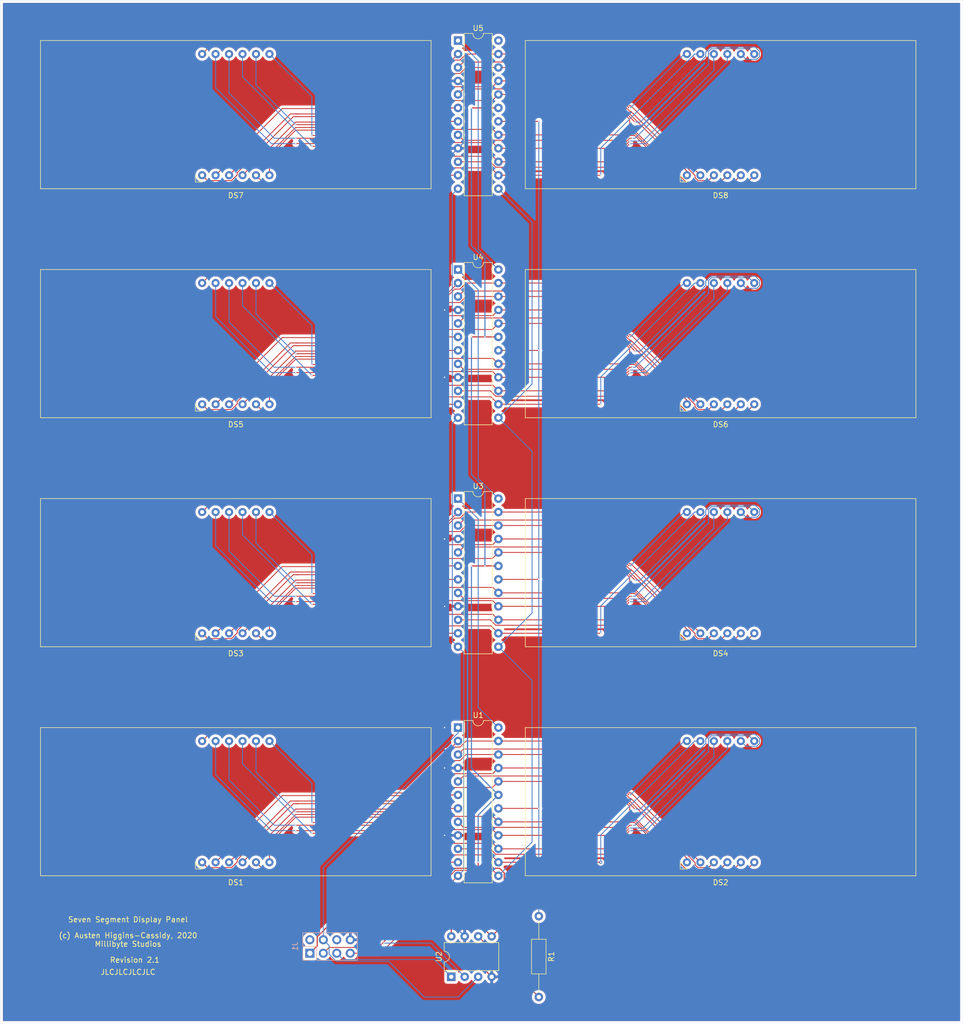
<source format=kicad_pcb>
(kicad_pcb (version 20171130) (host pcbnew "(5.1.8)-1")
  (layers (0 F.Cu signal) (31 B.Cu signal) (34 B.Paste user) (35 F.Paste user) (36 B.SilkS user) (37 F.SilkS user) (38 B.Mask user) (39 F.Mask user) (44 Edge.Cuts user))
  (net 0 "")
  (net 1 /SSD_Panel/VCC)
  (net 2 "Net-(J1-Pad2)")
  (net 3 /SSD_Panel/CLK)
  (net 4 /SSD_Panel/DATA)
  (net 5 /SSD_Panel/CCSEL)
  (net 6 "Net-(J1-Pad6)")
  (net 7 /SSD_Panel/LOAD)
  (net 8 /SSD_Panel/GND)
  (net 9 /SSD_Panel/ISET)
  (net 10 "Net-(R1-Pad2)")
  (net 11 /SSD_Panel/DIG0)
  (net 12 /SSD_Panel/A1)
  (net 13 /SSD_Panel/F1)
  (net 14 /SSD_Panel/DIG1)
  (net 15 /SSD_Panel/DIG2)
  (net 16 /SSD_Panel/B1)
  (net 17 /SSD_Panel/DIG3)
  (net 18 /SSD_Panel/G1)
  (net 19 /SSD_Panel/C1)
  (net 20 /SSD_Panel/DP1)
  (net 21 /SSD_Panel/D1)
  (net 22 /SSD_Panel/E1)
  (net 23 /SSD_Panel/DIG4)
  (net 24 /SSD_Panel/DIG5)
  (net 25 /SSD_Panel/DIG6)
  (net 26 /SSD_Panel/DIG7)
  (net 27 /SSD_Panel/DIG8)
  (net 28 /SSD_Panel/A2)
  (net 29 /SSD_Panel/F2)
  (net 30 /SSD_Panel/DIG9)
  (net 31 /SSD_Panel/DIG10)
  (net 32 /SSD_Panel/B2)
  (net 33 /SSD_Panel/DIG11)
  (net 34 /SSD_Panel/G2)
  (net 35 /SSD_Panel/C2)
  (net 36 /SSD_Panel/DP2)
  (net 37 /SSD_Panel/D2)
  (net 38 /SSD_Panel/E2)
  (net 39 /SSD_Panel/DIG12)
  (net 40 /SSD_Panel/DIG13)
  (net 41 /SSD_Panel/DIG14)
  (net 42 /SSD_Panel/DIG15)
  (net 43 /SSD_Panel/DIG16)
  (net 44 /SSD_Panel/A3)
  (net 45 /SSD_Panel/F3)
  (net 46 /SSD_Panel/DIG17)
  (net 47 /SSD_Panel/DIG18)
  (net 48 /SSD_Panel/B3)
  (net 49 /SSD_Panel/DIG19)
  (net 50 /SSD_Panel/G3)
  (net 51 /SSD_Panel/C3)
  (net 52 /SSD_Panel/DP3)
  (net 53 /SSD_Panel/D3)
  (net 54 /SSD_Panel/E3)
  (net 55 /SSD_Panel/DIG20)
  (net 56 /SSD_Panel/DIG21)
  (net 57 /SSD_Panel/DIG22)
  (net 58 /SSD_Panel/DIG23)
  (net 59 /SSD_Panel/DIG24)
  (net 60 /SSD_Panel/A4)
  (net 61 /SSD_Panel/F4)
  (net 62 /SSD_Panel/DIG25)
  (net 63 /SSD_Panel/DIG26)
  (net 64 /SSD_Panel/B4)
  (net 65 /SSD_Panel/DIG27)
  (net 66 /SSD_Panel/G4)
  (net 67 /SSD_Panel/C4)
  (net 68 /SSD_Panel/DP4)
  (net 69 /SSD_Panel/D4)
  (net 70 /SSD_Panel/E4)
  (net 71 /SSD_Panel/DIG28)
  (net 72 /SSD_Panel/DIG29)
  (net 73 /SSD_Panel/DIG30)
  (net 74 /SSD_Panel/DIG31)
  (net 75 "Net-(U1-Pad24)")
  (net 76 "Net-(U3-Pad24)")
  (net 77 "Net-(U4-Pad24)")
  (net 78 "Net-(U5-Pad24)")
  (module Package_DIP:DIP-8_W7.62mm (layer F.Cu) (at 99.06 196.215 90)
    (fp_text reference U2 (at 3.81 -2.33 90) (layer F.SilkS))
    (fp_text value MCP41010)
    (pad 8 thru_hole oval (at 7.62 0 90) (size 1.6 1.6) (drill 0.8) (layers *.Cu *.Mask) (net 1 /SSD_Panel/VCC))
    (pad 4 thru_hole oval (at 0 7.62 90) (size 1.6 1.6) (drill 0.8) (layers *.Cu *.Mask) (net 8 /SSD_Panel/GND))
    (pad 7 thru_hole oval (at 7.62 2.54 90) (size 1.6 1.6) (drill 0.8) (layers *.Cu *.Mask) (net 8 /SSD_Panel/GND))
    (pad 3 thru_hole oval (at 0 5.08 90) (size 1.6 1.6) (drill 0.8) (layers *.Cu *.Mask) (net 4 /SSD_Panel/DATA))
    (pad 6 thru_hole oval (at 7.62 5.08 90) (size 1.6 1.6) (drill 0.8) (layers *.Cu *.Mask) (net 10 "Net-(R1-Pad2)"))
    (pad 2 thru_hole oval (at 0 2.54 90) (size 1.6 1.6) (drill 0.8) (layers *.Cu *.Mask) (net 3 /SSD_Panel/CLK))
    (pad 5 thru_hole oval (at 7.62 7.62 90) (size 1.6 1.6) (drill 0.8) (layers *.Cu *.Mask) (net 1 /SSD_Panel/VCC))
    (pad 1 thru_hole rect (at 0 0 90) (size 1.6 1.6) (drill 0.8) (layers *.Cu *.Mask) (net 5 /SSD_Panel/CCSEL))
  )
  (module Disarmed:D8041CD (layer F.Cu) (at 58.42 163.195)
    (fp_text reference DS1 (at 0 15.24) (layer F.SilkS))
    (fp_text value D8014CD)
    (pad 1 thru_hole circle (at -6.35 11.43) (size 1.524 1.524) (drill 0.762) (layers *.Cu *.Mask) (net 22 /SSD_Panel/E1))
    (pad 2 thru_hole circle (at -3.81 11.43) (size 1.524 1.524) (drill 0.762) (layers *.Cu *.Mask) (net 21 /SSD_Panel/D1))
    (pad 3 thru_hole circle (at -1.27 11.43) (size 1.524 1.524) (drill 0.762) (layers *.Cu *.Mask) (net 20 /SSD_Panel/DP1))
    (pad 4 thru_hole circle (at 1.27 11.43) (size 1.524 1.524) (drill 0.762) (layers *.Cu *.Mask) (net 19 /SSD_Panel/C1))
    (pad 5 thru_hole circle (at 3.81 11.43) (size 1.524 1.524) (drill 0.762) (layers *.Cu *.Mask) (net 18 /SSD_Panel/G1))
    (pad 6 thru_hole circle (at 6.35 11.43) (size 1.524 1.524) (drill 0.762) (layers *.Cu *.Mask) (net 17 /SSD_Panel/DIG3))
    (pad 7 thru_hole circle (at 6.35 -11.43) (size 1.524 1.524) (drill 0.762) (layers *.Cu *.Mask) (net 16 /SSD_Panel/B1))
    (pad 8 thru_hole circle (at 3.81 -11.43) (size 1.524 1.524) (drill 0.762) (layers *.Cu *.Mask) (net 15 /SSD_Panel/DIG2))
    (pad 9 thru_hole circle (at 1.27 -11.43) (size 1.524 1.524) (drill 0.762) (layers *.Cu *.Mask) (net 14 /SSD_Panel/DIG1))
    (pad 10 thru_hole circle (at -1.27 -11.43) (size 1.524 1.524) (drill 0.762) (layers *.Cu *.Mask) (net 13 /SSD_Panel/F1))
    (pad 11 thru_hole circle (at -3.81 -11.43) (size 1.524 1.524) (drill 0.762) (layers *.Cu *.Mask) (net 12 /SSD_Panel/A1))
    (pad 12 thru_hole circle (at -6.35 -11.43) (size 1.524 1.524) (drill 0.762) (layers *.Cu *.Mask) (net 11 /SSD_Panel/DIG0))
  )
  (module Package_DIP:DIP-24_W7.62mm (layer F.Cu) (at 100.33 149.225)
    (fp_text reference U1 (at 3.81 -2.33) (layer F.SilkS))
    (fp_text value MAX7219)
    (pad 1 thru_hole rect (at 0 0) (size 1.6 1.6) (drill 0.8) (layers *.Cu *.Mask) (net 4 /SSD_Panel/DATA))
    (pad 13 thru_hole oval (at 7.62 27.94) (size 1.6 1.6) (drill 0.8) (layers *.Cu *.Mask) (net 3 /SSD_Panel/CLK))
    (pad 2 thru_hole oval (at 0 2.54) (size 1.6 1.6) (drill 0.8) (layers *.Cu *.Mask) (net 11 /SSD_Panel/DIG0))
    (pad 14 thru_hole oval (at 7.62 25.4) (size 1.6 1.6) (drill 0.8) (layers *.Cu *.Mask) (net 12 /SSD_Panel/A1))
    (pad 3 thru_hole oval (at 0 5.08) (size 1.6 1.6) (drill 0.8) (layers *.Cu *.Mask) (net 23 /SSD_Panel/DIG4))
    (pad 15 thru_hole oval (at 7.62 22.86) (size 1.6 1.6) (drill 0.8) (layers *.Cu *.Mask) (net 13 /SSD_Panel/F1))
    (pad 4 thru_hole oval (at 0 7.62) (size 1.6 1.6) (drill 0.8) (layers *.Cu *.Mask) (net 8 /SSD_Panel/GND))
    (pad 16 thru_hole oval (at 7.62 20.32) (size 1.6 1.6) (drill 0.8) (layers *.Cu *.Mask) (net 16 /SSD_Panel/B1))
    (pad 5 thru_hole oval (at 0 10.16) (size 1.6 1.6) (drill 0.8) (layers *.Cu *.Mask) (net 25 /SSD_Panel/DIG6))
    (pad 17 thru_hole oval (at 7.62 17.78) (size 1.6 1.6) (drill 0.8) (layers *.Cu *.Mask) (net 18 /SSD_Panel/G1))
    (pad 6 thru_hole oval (at 0 12.7) (size 1.6 1.6) (drill 0.8) (layers *.Cu *.Mask) (net 15 /SSD_Panel/DIG2))
    (pad 18 thru_hole oval (at 7.62 15.24) (size 1.6 1.6) (drill 0.8) (layers *.Cu *.Mask) (net 9 /SSD_Panel/ISET))
    (pad 7 thru_hole oval (at 0 15.24) (size 1.6 1.6) (drill 0.8) (layers *.Cu *.Mask) (net 17 /SSD_Panel/DIG3))
    (pad 19 thru_hole oval (at 7.62 12.7) (size 1.6 1.6) (drill 0.8) (layers *.Cu *.Mask) (net 1 /SSD_Panel/VCC))
    (pad 8 thru_hole oval (at 0 17.78) (size 1.6 1.6) (drill 0.8) (layers *.Cu *.Mask) (net 26 /SSD_Panel/DIG7))
    (pad 20 thru_hole oval (at 7.62 10.16) (size 1.6 1.6) (drill 0.8) (layers *.Cu *.Mask) (net 19 /SSD_Panel/C1))
    (pad 9 thru_hole oval (at 0 20.32) (size 1.6 1.6) (drill 0.8) (layers *.Cu *.Mask) (net 8 /SSD_Panel/GND))
    (pad 21 thru_hole oval (at 7.62 7.62) (size 1.6 1.6) (drill 0.8) (layers *.Cu *.Mask) (net 22 /SSD_Panel/E1))
    (pad 10 thru_hole oval (at 0 22.86) (size 1.6 1.6) (drill 0.8) (layers *.Cu *.Mask) (net 24 /SSD_Panel/DIG5))
    (pad 22 thru_hole oval (at 7.62 5.08) (size 1.6 1.6) (drill 0.8) (layers *.Cu *.Mask) (net 20 /SSD_Panel/DP1))
    (pad 11 thru_hole oval (at 0 25.4) (size 1.6 1.6) (drill 0.8) (layers *.Cu *.Mask) (net 14 /SSD_Panel/DIG1))
    (pad 23 thru_hole oval (at 7.62 2.54) (size 1.6 1.6) (drill 0.8) (layers *.Cu *.Mask) (net 21 /SSD_Panel/D1))
    (pad 12 thru_hole oval (at 0 27.94) (size 1.6 1.6) (drill 0.8) (layers *.Cu *.Mask) (net 7 /SSD_Panel/LOAD))
    (pad 24 thru_hole oval (at 7.62 0) (size 1.6 1.6) (drill 0.8) (layers *.Cu *.Mask) (net 75 "Net-(U1-Pad24)"))
  )
  (module Disarmed:D8041CD (layer F.Cu) (at 149.86 163.195)
    (fp_text reference DS2 (at 0 15.24) (layer F.SilkS))
    (fp_text value D8014CD)
    (pad 1 thru_hole circle (at -6.35 11.43) (size 1.524 1.524) (drill 0.762) (layers *.Cu *.Mask) (net 22 /SSD_Panel/E1))
    (pad 2 thru_hole circle (at -3.81 11.43) (size 1.524 1.524) (drill 0.762) (layers *.Cu *.Mask) (net 21 /SSD_Panel/D1))
    (pad 3 thru_hole circle (at -1.27 11.43) (size 1.524 1.524) (drill 0.762) (layers *.Cu *.Mask) (net 20 /SSD_Panel/DP1))
    (pad 4 thru_hole circle (at 1.27 11.43) (size 1.524 1.524) (drill 0.762) (layers *.Cu *.Mask) (net 19 /SSD_Panel/C1))
    (pad 5 thru_hole circle (at 3.81 11.43) (size 1.524 1.524) (drill 0.762) (layers *.Cu *.Mask) (net 18 /SSD_Panel/G1))
    (pad 6 thru_hole circle (at 6.35 11.43) (size 1.524 1.524) (drill 0.762) (layers *.Cu *.Mask) (net 26 /SSD_Panel/DIG7))
    (pad 7 thru_hole circle (at 6.35 -11.43) (size 1.524 1.524) (drill 0.762) (layers *.Cu *.Mask) (net 16 /SSD_Panel/B1))
    (pad 8 thru_hole circle (at 3.81 -11.43) (size 1.524 1.524) (drill 0.762) (layers *.Cu *.Mask) (net 25 /SSD_Panel/DIG6))
    (pad 9 thru_hole circle (at 1.27 -11.43) (size 1.524 1.524) (drill 0.762) (layers *.Cu *.Mask) (net 24 /SSD_Panel/DIG5))
    (pad 10 thru_hole circle (at -1.27 -11.43) (size 1.524 1.524) (drill 0.762) (layers *.Cu *.Mask) (net 13 /SSD_Panel/F1))
    (pad 11 thru_hole circle (at -3.81 -11.43) (size 1.524 1.524) (drill 0.762) (layers *.Cu *.Mask) (net 12 /SSD_Panel/A1))
    (pad 12 thru_hole circle (at -6.35 -11.43) (size 1.524 1.524) (drill 0.762) (layers *.Cu *.Mask) (net 23 /SSD_Panel/DIG4))
  )
  (module Disarmed:D8041CD (layer F.Cu) (at 58.42 33.655)
    (fp_text reference DS7 (at 0 15.24) (layer F.SilkS))
    (fp_text value D8014CD)
    (pad 1 thru_hole circle (at -6.35 11.43) (size 1.524 1.524) (drill 0.762) (layers *.Cu *.Mask) (net 70 /SSD_Panel/E4))
    (pad 2 thru_hole circle (at -3.81 11.43) (size 1.524 1.524) (drill 0.762) (layers *.Cu *.Mask) (net 69 /SSD_Panel/D4))
    (pad 3 thru_hole circle (at -1.27 11.43) (size 1.524 1.524) (drill 0.762) (layers *.Cu *.Mask) (net 68 /SSD_Panel/DP4))
    (pad 4 thru_hole circle (at 1.27 11.43) (size 1.524 1.524) (drill 0.762) (layers *.Cu *.Mask) (net 67 /SSD_Panel/C4))
    (pad 5 thru_hole circle (at 3.81 11.43) (size 1.524 1.524) (drill 0.762) (layers *.Cu *.Mask) (net 66 /SSD_Panel/G4))
    (pad 6 thru_hole circle (at 6.35 11.43) (size 1.524 1.524) (drill 0.762) (layers *.Cu *.Mask) (net 65 /SSD_Panel/DIG27))
    (pad 7 thru_hole circle (at 6.35 -11.43) (size 1.524 1.524) (drill 0.762) (layers *.Cu *.Mask) (net 64 /SSD_Panel/B4))
    (pad 8 thru_hole circle (at 3.81 -11.43) (size 1.524 1.524) (drill 0.762) (layers *.Cu *.Mask) (net 63 /SSD_Panel/DIG26))
    (pad 9 thru_hole circle (at 1.27 -11.43) (size 1.524 1.524) (drill 0.762) (layers *.Cu *.Mask) (net 62 /SSD_Panel/DIG25))
    (pad 10 thru_hole circle (at -1.27 -11.43) (size 1.524 1.524) (drill 0.762) (layers *.Cu *.Mask) (net 61 /SSD_Panel/F4))
    (pad 11 thru_hole circle (at -3.81 -11.43) (size 1.524 1.524) (drill 0.762) (layers *.Cu *.Mask) (net 60 /SSD_Panel/A4))
    (pad 12 thru_hole circle (at -6.35 -11.43) (size 1.524 1.524) (drill 0.762) (layers *.Cu *.Mask) (net 59 /SSD_Panel/DIG24))
  )
  (module Package_DIP:DIP-24_W7.62mm (layer F.Cu) (at 100.33 19.685)
    (fp_text reference U5 (at 3.81 -2.33) (layer F.SilkS))
    (fp_text value MAX7219)
    (pad 1 thru_hole rect (at 0 0) (size 1.6 1.6) (drill 0.8) (layers *.Cu *.Mask) (net 77 "Net-(U4-Pad24)"))
    (pad 13 thru_hole oval (at 7.62 27.94) (size 1.6 1.6) (drill 0.8) (layers *.Cu *.Mask) (net 3 /SSD_Panel/CLK))
    (pad 2 thru_hole oval (at 0 2.54) (size 1.6 1.6) (drill 0.8) (layers *.Cu *.Mask) (net 59 /SSD_Panel/DIG24))
    (pad 14 thru_hole oval (at 7.62 25.4) (size 1.6 1.6) (drill 0.8) (layers *.Cu *.Mask) (net 60 /SSD_Panel/A4))
    (pad 3 thru_hole oval (at 0 5.08) (size 1.6 1.6) (drill 0.8) (layers *.Cu *.Mask) (net 71 /SSD_Panel/DIG28))
    (pad 15 thru_hole oval (at 7.62 22.86) (size 1.6 1.6) (drill 0.8) (layers *.Cu *.Mask) (net 61 /SSD_Panel/F4))
    (pad 4 thru_hole oval (at 0 7.62) (size 1.6 1.6) (drill 0.8) (layers *.Cu *.Mask) (net 8 /SSD_Panel/GND))
    (pad 16 thru_hole oval (at 7.62 20.32) (size 1.6 1.6) (drill 0.8) (layers *.Cu *.Mask) (net 64 /SSD_Panel/B4))
    (pad 5 thru_hole oval (at 0 10.16) (size 1.6 1.6) (drill 0.8) (layers *.Cu *.Mask) (net 73 /SSD_Panel/DIG30))
    (pad 17 thru_hole oval (at 7.62 17.78) (size 1.6 1.6) (drill 0.8) (layers *.Cu *.Mask) (net 66 /SSD_Panel/G4))
    (pad 6 thru_hole oval (at 0 12.7) (size 1.6 1.6) (drill 0.8) (layers *.Cu *.Mask) (net 63 /SSD_Panel/DIG26))
    (pad 18 thru_hole oval (at 7.62 15.24) (size 1.6 1.6) (drill 0.8) (layers *.Cu *.Mask) (net 9 /SSD_Panel/ISET))
    (pad 7 thru_hole oval (at 0 15.24) (size 1.6 1.6) (drill 0.8) (layers *.Cu *.Mask) (net 65 /SSD_Panel/DIG27))
    (pad 19 thru_hole oval (at 7.62 12.7) (size 1.6 1.6) (drill 0.8) (layers *.Cu *.Mask) (net 1 /SSD_Panel/VCC))
    (pad 8 thru_hole oval (at 0 17.78) (size 1.6 1.6) (drill 0.8) (layers *.Cu *.Mask) (net 74 /SSD_Panel/DIG31))
    (pad 20 thru_hole oval (at 7.62 10.16) (size 1.6 1.6) (drill 0.8) (layers *.Cu *.Mask) (net 67 /SSD_Panel/C4))
    (pad 9 thru_hole oval (at 0 20.32) (size 1.6 1.6) (drill 0.8) (layers *.Cu *.Mask) (net 8 /SSD_Panel/GND))
    (pad 21 thru_hole oval (at 7.62 7.62) (size 1.6 1.6) (drill 0.8) (layers *.Cu *.Mask) (net 70 /SSD_Panel/E4))
    (pad 10 thru_hole oval (at 0 22.86) (size 1.6 1.6) (drill 0.8) (layers *.Cu *.Mask) (net 72 /SSD_Panel/DIG29))
    (pad 22 thru_hole oval (at 7.62 5.08) (size 1.6 1.6) (drill 0.8) (layers *.Cu *.Mask) (net 68 /SSD_Panel/DP4))
    (pad 11 thru_hole oval (at 0 25.4) (size 1.6 1.6) (drill 0.8) (layers *.Cu *.Mask) (net 62 /SSD_Panel/DIG25))
    (pad 23 thru_hole oval (at 7.62 2.54) (size 1.6 1.6) (drill 0.8) (layers *.Cu *.Mask) (net 69 /SSD_Panel/D4))
    (pad 12 thru_hole oval (at 0 27.94) (size 1.6 1.6) (drill 0.8) (layers *.Cu *.Mask) (net 7 /SSD_Panel/LOAD))
    (pad 24 thru_hole oval (at 7.62 0) (size 1.6 1.6) (drill 0.8) (layers *.Cu *.Mask) (net 78 "Net-(U5-Pad24)"))
  )
  (module Disarmed:D8041CD (layer F.Cu) (at 149.86 33.655)
    (fp_text reference DS8 (at 0 15.24) (layer F.SilkS))
    (fp_text value D8014CD)
    (pad 1 thru_hole circle (at -6.35 11.43) (size 1.524 1.524) (drill 0.762) (layers *.Cu *.Mask) (net 70 /SSD_Panel/E4))
    (pad 2 thru_hole circle (at -3.81 11.43) (size 1.524 1.524) (drill 0.762) (layers *.Cu *.Mask) (net 69 /SSD_Panel/D4))
    (pad 3 thru_hole circle (at -1.27 11.43) (size 1.524 1.524) (drill 0.762) (layers *.Cu *.Mask) (net 68 /SSD_Panel/DP4))
    (pad 4 thru_hole circle (at 1.27 11.43) (size 1.524 1.524) (drill 0.762) (layers *.Cu *.Mask) (net 67 /SSD_Panel/C4))
    (pad 5 thru_hole circle (at 3.81 11.43) (size 1.524 1.524) (drill 0.762) (layers *.Cu *.Mask) (net 66 /SSD_Panel/G4))
    (pad 6 thru_hole circle (at 6.35 11.43) (size 1.524 1.524) (drill 0.762) (layers *.Cu *.Mask) (net 74 /SSD_Panel/DIG31))
    (pad 7 thru_hole circle (at 6.35 -11.43) (size 1.524 1.524) (drill 0.762) (layers *.Cu *.Mask) (net 64 /SSD_Panel/B4))
    (pad 8 thru_hole circle (at 3.81 -11.43) (size 1.524 1.524) (drill 0.762) (layers *.Cu *.Mask) (net 73 /SSD_Panel/DIG30))
    (pad 9 thru_hole circle (at 1.27 -11.43) (size 1.524 1.524) (drill 0.762) (layers *.Cu *.Mask) (net 72 /SSD_Panel/DIG29))
    (pad 10 thru_hole circle (at -1.27 -11.43) (size 1.524 1.524) (drill 0.762) (layers *.Cu *.Mask) (net 61 /SSD_Panel/F4))
    (pad 11 thru_hole circle (at -3.81 -11.43) (size 1.524 1.524) (drill 0.762) (layers *.Cu *.Mask) (net 60 /SSD_Panel/A4))
    (pad 12 thru_hole circle (at -6.35 -11.43) (size 1.524 1.524) (drill 0.762) (layers *.Cu *.Mask) (net 71 /SSD_Panel/DIG28))
  )
  (module Disarmed:D8041CD (layer F.Cu) (at 58.42 76.835)
    (fp_text reference DS5 (at 0 15.24) (layer F.SilkS))
    (fp_text value D8014CD)
    (pad 1 thru_hole circle (at -6.35 11.43) (size 1.524 1.524) (drill 0.762) (layers *.Cu *.Mask) (net 54 /SSD_Panel/E3))
    (pad 2 thru_hole circle (at -3.81 11.43) (size 1.524 1.524) (drill 0.762) (layers *.Cu *.Mask) (net 53 /SSD_Panel/D3))
    (pad 3 thru_hole circle (at -1.27 11.43) (size 1.524 1.524) (drill 0.762) (layers *.Cu *.Mask) (net 52 /SSD_Panel/DP3))
    (pad 4 thru_hole circle (at 1.27 11.43) (size 1.524 1.524) (drill 0.762) (layers *.Cu *.Mask) (net 51 /SSD_Panel/C3))
    (pad 5 thru_hole circle (at 3.81 11.43) (size 1.524 1.524) (drill 0.762) (layers *.Cu *.Mask) (net 50 /SSD_Panel/G3))
    (pad 6 thru_hole circle (at 6.35 11.43) (size 1.524 1.524) (drill 0.762) (layers *.Cu *.Mask) (net 49 /SSD_Panel/DIG19))
    (pad 7 thru_hole circle (at 6.35 -11.43) (size 1.524 1.524) (drill 0.762) (layers *.Cu *.Mask) (net 48 /SSD_Panel/B3))
    (pad 8 thru_hole circle (at 3.81 -11.43) (size 1.524 1.524) (drill 0.762) (layers *.Cu *.Mask) (net 47 /SSD_Panel/DIG18))
    (pad 9 thru_hole circle (at 1.27 -11.43) (size 1.524 1.524) (drill 0.762) (layers *.Cu *.Mask) (net 46 /SSD_Panel/DIG17))
    (pad 10 thru_hole circle (at -1.27 -11.43) (size 1.524 1.524) (drill 0.762) (layers *.Cu *.Mask) (net 45 /SSD_Panel/F3))
    (pad 11 thru_hole circle (at -3.81 -11.43) (size 1.524 1.524) (drill 0.762) (layers *.Cu *.Mask) (net 44 /SSD_Panel/A3))
    (pad 12 thru_hole circle (at -6.35 -11.43) (size 1.524 1.524) (drill 0.762) (layers *.Cu *.Mask) (net 43 /SSD_Panel/DIG16))
  )
  (module Package_DIP:DIP-24_W7.62mm (layer F.Cu) (at 100.33 62.865)
    (fp_text reference U4 (at 3.81 -2.33) (layer F.SilkS))
    (fp_text value MAX7219)
    (pad 1 thru_hole rect (at 0 0) (size 1.6 1.6) (drill 0.8) (layers *.Cu *.Mask) (net 76 "Net-(U3-Pad24)"))
    (pad 13 thru_hole oval (at 7.62 27.94) (size 1.6 1.6) (drill 0.8) (layers *.Cu *.Mask) (net 3 /SSD_Panel/CLK))
    (pad 2 thru_hole oval (at 0 2.54) (size 1.6 1.6) (drill 0.8) (layers *.Cu *.Mask) (net 43 /SSD_Panel/DIG16))
    (pad 14 thru_hole oval (at 7.62 25.4) (size 1.6 1.6) (drill 0.8) (layers *.Cu *.Mask) (net 44 /SSD_Panel/A3))
    (pad 3 thru_hole oval (at 0 5.08) (size 1.6 1.6) (drill 0.8) (layers *.Cu *.Mask) (net 55 /SSD_Panel/DIG20))
    (pad 15 thru_hole oval (at 7.62 22.86) (size 1.6 1.6) (drill 0.8) (layers *.Cu *.Mask) (net 45 /SSD_Panel/F3))
    (pad 4 thru_hole oval (at 0 7.62) (size 1.6 1.6) (drill 0.8) (layers *.Cu *.Mask) (net 8 /SSD_Panel/GND))
    (pad 16 thru_hole oval (at 7.62 20.32) (size 1.6 1.6) (drill 0.8) (layers *.Cu *.Mask) (net 48 /SSD_Panel/B3))
    (pad 5 thru_hole oval (at 0 10.16) (size 1.6 1.6) (drill 0.8) (layers *.Cu *.Mask) (net 57 /SSD_Panel/DIG22))
    (pad 17 thru_hole oval (at 7.62 17.78) (size 1.6 1.6) (drill 0.8) (layers *.Cu *.Mask) (net 50 /SSD_Panel/G3))
    (pad 6 thru_hole oval (at 0 12.7) (size 1.6 1.6) (drill 0.8) (layers *.Cu *.Mask) (net 47 /SSD_Panel/DIG18))
    (pad 18 thru_hole oval (at 7.62 15.24) (size 1.6 1.6) (drill 0.8) (layers *.Cu *.Mask) (net 9 /SSD_Panel/ISET))
    (pad 7 thru_hole oval (at 0 15.24) (size 1.6 1.6) (drill 0.8) (layers *.Cu *.Mask) (net 49 /SSD_Panel/DIG19))
    (pad 19 thru_hole oval (at 7.62 12.7) (size 1.6 1.6) (drill 0.8) (layers *.Cu *.Mask) (net 1 /SSD_Panel/VCC))
    (pad 8 thru_hole oval (at 0 17.78) (size 1.6 1.6) (drill 0.8) (layers *.Cu *.Mask) (net 58 /SSD_Panel/DIG23))
    (pad 20 thru_hole oval (at 7.62 10.16) (size 1.6 1.6) (drill 0.8) (layers *.Cu *.Mask) (net 51 /SSD_Panel/C3))
    (pad 9 thru_hole oval (at 0 20.32) (size 1.6 1.6) (drill 0.8) (layers *.Cu *.Mask) (net 8 /SSD_Panel/GND))
    (pad 21 thru_hole oval (at 7.62 7.62) (size 1.6 1.6) (drill 0.8) (layers *.Cu *.Mask) (net 54 /SSD_Panel/E3))
    (pad 10 thru_hole oval (at 0 22.86) (size 1.6 1.6) (drill 0.8) (layers *.Cu *.Mask) (net 56 /SSD_Panel/DIG21))
    (pad 22 thru_hole oval (at 7.62 5.08) (size 1.6 1.6) (drill 0.8) (layers *.Cu *.Mask) (net 52 /SSD_Panel/DP3))
    (pad 11 thru_hole oval (at 0 25.4) (size 1.6 1.6) (drill 0.8) (layers *.Cu *.Mask) (net 46 /SSD_Panel/DIG17))
    (pad 23 thru_hole oval (at 7.62 2.54) (size 1.6 1.6) (drill 0.8) (layers *.Cu *.Mask) (net 53 /SSD_Panel/D3))
    (pad 12 thru_hole oval (at 0 27.94) (size 1.6 1.6) (drill 0.8) (layers *.Cu *.Mask) (net 7 /SSD_Panel/LOAD))
    (pad 24 thru_hole oval (at 7.62 0) (size 1.6 1.6) (drill 0.8) (layers *.Cu *.Mask) (net 77 "Net-(U4-Pad24)"))
  )
  (module Disarmed:D8041CD (layer F.Cu) (at 149.86 76.835)
    (fp_text reference DS6 (at 0 15.24) (layer F.SilkS))
    (fp_text value D8014CD)
    (pad 1 thru_hole circle (at -6.35 11.43) (size 1.524 1.524) (drill 0.762) (layers *.Cu *.Mask) (net 54 /SSD_Panel/E3))
    (pad 2 thru_hole circle (at -3.81 11.43) (size 1.524 1.524) (drill 0.762) (layers *.Cu *.Mask) (net 53 /SSD_Panel/D3))
    (pad 3 thru_hole circle (at -1.27 11.43) (size 1.524 1.524) (drill 0.762) (layers *.Cu *.Mask) (net 52 /SSD_Panel/DP3))
    (pad 4 thru_hole circle (at 1.27 11.43) (size 1.524 1.524) (drill 0.762) (layers *.Cu *.Mask) (net 51 /SSD_Panel/C3))
    (pad 5 thru_hole circle (at 3.81 11.43) (size 1.524 1.524) (drill 0.762) (layers *.Cu *.Mask) (net 50 /SSD_Panel/G3))
    (pad 6 thru_hole circle (at 6.35 11.43) (size 1.524 1.524) (drill 0.762) (layers *.Cu *.Mask) (net 58 /SSD_Panel/DIG23))
    (pad 7 thru_hole circle (at 6.35 -11.43) (size 1.524 1.524) (drill 0.762) (layers *.Cu *.Mask) (net 48 /SSD_Panel/B3))
    (pad 8 thru_hole circle (at 3.81 -11.43) (size 1.524 1.524) (drill 0.762) (layers *.Cu *.Mask) (net 57 /SSD_Panel/DIG22))
    (pad 9 thru_hole circle (at 1.27 -11.43) (size 1.524 1.524) (drill 0.762) (layers *.Cu *.Mask) (net 56 /SSD_Panel/DIG21))
    (pad 10 thru_hole circle (at -1.27 -11.43) (size 1.524 1.524) (drill 0.762) (layers *.Cu *.Mask) (net 45 /SSD_Panel/F3))
    (pad 11 thru_hole circle (at -3.81 -11.43) (size 1.524 1.524) (drill 0.762) (layers *.Cu *.Mask) (net 44 /SSD_Panel/A3))
    (pad 12 thru_hole circle (at -6.35 -11.43) (size 1.524 1.524) (drill 0.762) (layers *.Cu *.Mask) (net 55 /SSD_Panel/DIG20))
  )
  (module Disarmed:D8041CD (layer F.Cu) (at 58.42 120.015)
    (fp_text reference DS3 (at 0 15.24) (layer F.SilkS))
    (fp_text value D8014CD)
    (pad 1 thru_hole circle (at -6.35 11.43) (size 1.524 1.524) (drill 0.762) (layers *.Cu *.Mask) (net 38 /SSD_Panel/E2))
    (pad 2 thru_hole circle (at -3.81 11.43) (size 1.524 1.524) (drill 0.762) (layers *.Cu *.Mask) (net 37 /SSD_Panel/D2))
    (pad 3 thru_hole circle (at -1.27 11.43) (size 1.524 1.524) (drill 0.762) (layers *.Cu *.Mask) (net 36 /SSD_Panel/DP2))
    (pad 4 thru_hole circle (at 1.27 11.43) (size 1.524 1.524) (drill 0.762) (layers *.Cu *.Mask) (net 35 /SSD_Panel/C2))
    (pad 5 thru_hole circle (at 3.81 11.43) (size 1.524 1.524) (drill 0.762) (layers *.Cu *.Mask) (net 34 /SSD_Panel/G2))
    (pad 6 thru_hole circle (at 6.35 11.43) (size 1.524 1.524) (drill 0.762) (layers *.Cu *.Mask) (net 33 /SSD_Panel/DIG11))
    (pad 7 thru_hole circle (at 6.35 -11.43) (size 1.524 1.524) (drill 0.762) (layers *.Cu *.Mask) (net 32 /SSD_Panel/B2))
    (pad 8 thru_hole circle (at 3.81 -11.43) (size 1.524 1.524) (drill 0.762) (layers *.Cu *.Mask) (net 31 /SSD_Panel/DIG10))
    (pad 9 thru_hole circle (at 1.27 -11.43) (size 1.524 1.524) (drill 0.762) (layers *.Cu *.Mask) (net 30 /SSD_Panel/DIG9))
    (pad 10 thru_hole circle (at -1.27 -11.43) (size 1.524 1.524) (drill 0.762) (layers *.Cu *.Mask) (net 29 /SSD_Panel/F2))
    (pad 11 thru_hole circle (at -3.81 -11.43) (size 1.524 1.524) (drill 0.762) (layers *.Cu *.Mask) (net 28 /SSD_Panel/A2))
    (pad 12 thru_hole circle (at -6.35 -11.43) (size 1.524 1.524) (drill 0.762) (layers *.Cu *.Mask) (net 27 /SSD_Panel/DIG8))
  )
  (module Package_DIP:DIP-24_W7.62mm (layer F.Cu) (at 100.33 106.045)
    (fp_text reference U3 (at 3.81 -2.33) (layer F.SilkS))
    (fp_text value MAX7219)
    (pad 1 thru_hole rect (at 0 0) (size 1.6 1.6) (drill 0.8) (layers *.Cu *.Mask) (net 75 "Net-(U1-Pad24)"))
    (pad 13 thru_hole oval (at 7.62 27.94) (size 1.6 1.6) (drill 0.8) (layers *.Cu *.Mask) (net 3 /SSD_Panel/CLK))
    (pad 2 thru_hole oval (at 0 2.54) (size 1.6 1.6) (drill 0.8) (layers *.Cu *.Mask) (net 27 /SSD_Panel/DIG8))
    (pad 14 thru_hole oval (at 7.62 25.4) (size 1.6 1.6) (drill 0.8) (layers *.Cu *.Mask) (net 28 /SSD_Panel/A2))
    (pad 3 thru_hole oval (at 0 5.08) (size 1.6 1.6) (drill 0.8) (layers *.Cu *.Mask) (net 39 /SSD_Panel/DIG12))
    (pad 15 thru_hole oval (at 7.62 22.86) (size 1.6 1.6) (drill 0.8) (layers *.Cu *.Mask) (net 29 /SSD_Panel/F2))
    (pad 4 thru_hole oval (at 0 7.62) (size 1.6 1.6) (drill 0.8) (layers *.Cu *.Mask) (net 8 /SSD_Panel/GND))
    (pad 16 thru_hole oval (at 7.62 20.32) (size 1.6 1.6) (drill 0.8) (layers *.Cu *.Mask) (net 32 /SSD_Panel/B2))
    (pad 5 thru_hole oval (at 0 10.16) (size 1.6 1.6) (drill 0.8) (layers *.Cu *.Mask) (net 41 /SSD_Panel/DIG14))
    (pad 17 thru_hole oval (at 7.62 17.78) (size 1.6 1.6) (drill 0.8) (layers *.Cu *.Mask) (net 34 /SSD_Panel/G2))
    (pad 6 thru_hole oval (at 0 12.7) (size 1.6 1.6) (drill 0.8) (layers *.Cu *.Mask) (net 31 /SSD_Panel/DIG10))
    (pad 18 thru_hole oval (at 7.62 15.24) (size 1.6 1.6) (drill 0.8) (layers *.Cu *.Mask) (net 9 /SSD_Panel/ISET))
    (pad 7 thru_hole oval (at 0 15.24) (size 1.6 1.6) (drill 0.8) (layers *.Cu *.Mask) (net 33 /SSD_Panel/DIG11))
    (pad 19 thru_hole oval (at 7.62 12.7) (size 1.6 1.6) (drill 0.8) (layers *.Cu *.Mask) (net 1 /SSD_Panel/VCC))
    (pad 8 thru_hole oval (at 0 17.78) (size 1.6 1.6) (drill 0.8) (layers *.Cu *.Mask) (net 42 /SSD_Panel/DIG15))
    (pad 20 thru_hole oval (at 7.62 10.16) (size 1.6 1.6) (drill 0.8) (layers *.Cu *.Mask) (net 35 /SSD_Panel/C2))
    (pad 9 thru_hole oval (at 0 20.32) (size 1.6 1.6) (drill 0.8) (layers *.Cu *.Mask) (net 8 /SSD_Panel/GND))
    (pad 21 thru_hole oval (at 7.62 7.62) (size 1.6 1.6) (drill 0.8) (layers *.Cu *.Mask) (net 38 /SSD_Panel/E2))
    (pad 10 thru_hole oval (at 0 22.86) (size 1.6 1.6) (drill 0.8) (layers *.Cu *.Mask) (net 40 /SSD_Panel/DIG13))
    (pad 22 thru_hole oval (at 7.62 5.08) (size 1.6 1.6) (drill 0.8) (layers *.Cu *.Mask) (net 36 /SSD_Panel/DP2))
    (pad 11 thru_hole oval (at 0 25.4) (size 1.6 1.6) (drill 0.8) (layers *.Cu *.Mask) (net 30 /SSD_Panel/DIG9))
    (pad 23 thru_hole oval (at 7.62 2.54) (size 1.6 1.6) (drill 0.8) (layers *.Cu *.Mask) (net 37 /SSD_Panel/D2))
    (pad 12 thru_hole oval (at 0 27.94) (size 1.6 1.6) (drill 0.8) (layers *.Cu *.Mask) (net 7 /SSD_Panel/LOAD))
    (pad 24 thru_hole oval (at 7.62 0) (size 1.6 1.6) (drill 0.8) (layers *.Cu *.Mask) (net 76 "Net-(U3-Pad24)"))
  )
  (module Disarmed:D8041CD (layer F.Cu) (at 149.86 120.015)
    (fp_text reference DS4 (at 0 15.24) (layer F.SilkS))
    (fp_text value D8014CD)
    (pad 1 thru_hole circle (at -6.35 11.43) (size 1.524 1.524) (drill 0.762) (layers *.Cu *.Mask) (net 38 /SSD_Panel/E2))
    (pad 2 thru_hole circle (at -3.81 11.43) (size 1.524 1.524) (drill 0.762) (layers *.Cu *.Mask) (net 37 /SSD_Panel/D2))
    (pad 3 thru_hole circle (at -1.27 11.43) (size 1.524 1.524) (drill 0.762) (layers *.Cu *.Mask) (net 36 /SSD_Panel/DP2))
    (pad 4 thru_hole circle (at 1.27 11.43) (size 1.524 1.524) (drill 0.762) (layers *.Cu *.Mask) (net 35 /SSD_Panel/C2))
    (pad 5 thru_hole circle (at 3.81 11.43) (size 1.524 1.524) (drill 0.762) (layers *.Cu *.Mask) (net 34 /SSD_Panel/G2))
    (pad 6 thru_hole circle (at 6.35 11.43) (size 1.524 1.524) (drill 0.762) (layers *.Cu *.Mask) (net 42 /SSD_Panel/DIG15))
    (pad 7 thru_hole circle (at 6.35 -11.43) (size 1.524 1.524) (drill 0.762) (layers *.Cu *.Mask) (net 32 /SSD_Panel/B2))
    (pad 8 thru_hole circle (at 3.81 -11.43) (size 1.524 1.524) (drill 0.762) (layers *.Cu *.Mask) (net 41 /SSD_Panel/DIG14))
    (pad 9 thru_hole circle (at 1.27 -11.43) (size 1.524 1.524) (drill 0.762) (layers *.Cu *.Mask) (net 40 /SSD_Panel/DIG13))
    (pad 10 thru_hole circle (at -1.27 -11.43) (size 1.524 1.524) (drill 0.762) (layers *.Cu *.Mask) (net 29 /SSD_Panel/F2))
    (pad 11 thru_hole circle (at -3.81 -11.43) (size 1.524 1.524) (drill 0.762) (layers *.Cu *.Mask) (net 28 /SSD_Panel/A2))
    (pad 12 thru_hole circle (at -6.35 -11.43) (size 1.524 1.524) (drill 0.762) (layers *.Cu *.Mask) (net 39 /SSD_Panel/DIG12))
  )
  (module Connector_PinSocket_2.54mm:PinSocket_2x04_P2.54mm_Vertical (layer B.Cu) (at 72.39 191.77 270)
    (fp_text reference J1 (at -1.27 2.77 270) (layer B.SilkS) (effects (justify mirror)))
    (fp_text value Conn_02x04_Counter_Clockwise)
    (pad 8 thru_hole oval (at -2.54 -7.62 270) (size 1.7 1.7) (drill 1) (layers *.Cu *.Mask) (net 8 /SSD_Panel/GND))
    (pad 7 thru_hole oval (at 0 -7.62 270) (size 1.7 1.7) (drill 1) (layers *.Cu *.Mask) (net 7 /SSD_Panel/LOAD))
    (pad 6 thru_hole oval (at -2.54 -5.08 270) (size 1.7 1.7) (drill 1) (layers *.Cu *.Mask) (net 6 "Net-(J1-Pad6)"))
    (pad 5 thru_hole oval (at 0 -5.08 270) (size 1.7 1.7) (drill 1) (layers *.Cu *.Mask) (net 5 /SSD_Panel/CCSEL))
    (pad 4 thru_hole oval (at -2.54 -2.54 270) (size 1.7 1.7) (drill 1) (layers *.Cu *.Mask) (net 4 /SSD_Panel/DATA))
    (pad 3 thru_hole oval (at 0 -2.54 270) (size 1.7 1.7) (drill 1) (layers *.Cu *.Mask) (net 3 /SSD_Panel/CLK))
    (pad 2 thru_hole oval (at -2.54 0 270) (size 1.7 1.7) (drill 1) (layers *.Cu *.Mask) (net 2 "Net-(J1-Pad2)"))
    (pad 1 thru_hole rect (at 0 0 270) (size 1.7 1.7) (drill 1) (layers *.Cu *.Mask) (net 1 /SSD_Panel/VCC))
  )
  (module Resistor_THT:R_Axial_DIN0207_L6.3mm_D2.5mm_P15.24mm_Horizontal (layer F.Cu) (at 115.57 184.785 270)
    (fp_text reference R1 (at 7.62 -2.37 90) (layer F.SilkS))
    (fp_text value 2k)
    (pad 2 thru_hole oval (at 15.24 0 270) (size 1.6 1.6) (drill 0.8) (layers *.Cu *.Mask) (net 10 "Net-(R1-Pad2)"))
    (pad 1 thru_hole circle (at 0 0 270) (size 1.6 1.6) (drill 0.8) (layers *.Cu *.Mask) (net 9 /SSD_Panel/ISET))
  )
  (gr_text JLCJLCJLCJLC (at 38.1 195.326) (layer F.SilkS) (effects (font (size 1 1))))
  (gr_line (start 195.58 205.105) (end 13.97 205.105) (layer Edge.Cuts) (width 0.05))
  (gr_line (start 195.58 12.065) (end 195.58 205.105) (layer Edge.Cuts) (width 0.05))
  (gr_line (start 13.97 12.065) (end 195.58 12.065) (layer Edge.Cuts) (width 0.05))
  (gr_line (start 13.97 205.105) (end 13.97 12.065) (layer Edge.Cuts) (width 0.05))
  (gr_text "Revision 2.1" (at 39.37 193.04) (layer F.SilkS) (effects (font (size 1 1))))
  (gr_text "(c) Austen Higgins-Cassidy, 2020\nMillibyte Studios" (at 38.1 189.23) (layer F.SilkS) (effects (font (size 1 1))))
  (gr_text "Seven Segment Display Panel" (at 38.1 185.42) (layer F.SilkS) (effects (font (size 1 1))))
  (segment (start 73.779999 188.677999) (end 86.705409 175.752589) (width 0.2) (layer F.Cu) (net 1))
  (segment (start 73.779999 190.380001) (end 73.779999 188.677999) (width 0.2) (layer F.Cu) (net 1))
  (segment (start 72.39 191.77) (end 73.779999 190.380001) (width 0.2) (layer F.Cu) (net 1))
  (via (at 104.14 174.625) (size 0.3) (drill 0.254) (layers F.Cu B.Cu) (net 1))
  (segment (start 104.14 165.735) (end 104.14 174.625) (width 0.2) (layer B.Cu) (net 1))
  (segment (start 107.95 161.925) (end 104.14 165.735) (width 0.2) (layer B.Cu) (net 1))
  (segment (start 104.14 175.610178) (end 103.997589 175.752589) (width 0.2) (layer F.Cu) (net 1))
  (segment (start 104.14 174.625) (end 104.14 175.610178) (width 0.2) (layer F.Cu) (net 1))
  (segment (start 86.705409 175.752589) (end 103.997589 175.752589) (width 0.2) (layer F.Cu) (net 1))
  (via (at 102.87 118.745) (size 0.3) (drill 0.254) (layers F.Cu B.Cu) (net 1))
  (segment (start 102.87 156.845) (end 102.87 118.745) (width 0.2) (layer B.Cu) (net 1))
  (segment (start 107.95 161.925) (end 102.87 156.845) (width 0.2) (layer B.Cu) (net 1))
  (via (at 105.41 118.745) (size 0.3) (drill 0.254) (layers F.Cu B.Cu) (net 1))
  (segment (start 102.87 118.745) (end 105.41 118.745) (width 0.2) (layer F.Cu) (net 1))
  (segment (start 105.41 118.745) (end 107.95 118.745) (width 0.2) (layer F.Cu) (net 1))
  (via (at 102.87 75.565) (size 0.3) (drill 0.254) (layers F.Cu B.Cu) (net 1))
  (segment (start 102.87 101.502414) (end 102.87 75.565) (width 0.2) (layer B.Cu) (net 1))
  (segment (start 105.41 104.042414) (end 102.87 101.502414) (width 0.2) (layer B.Cu) (net 1))
  (segment (start 105.41 118.745) (end 105.41 104.042414) (width 0.2) (layer B.Cu) (net 1))
  (segment (start 102.87 75.565) (end 105.41 75.565) (width 0.2) (layer F.Cu) (net 1))
  (segment (start 105.41 75.565) (end 107.95 75.565) (width 0.2) (layer F.Cu) (net 1))
  (via (at 105.41 75.565) (size 0.3) (drill 0.254) (layers F.Cu B.Cu) (net 1))
  (via (at 102.87 32.385) (size 0.3) (drill 0.254) (layers F.Cu B.Cu) (net 1))
  (segment (start 102.87 58.322414) (end 102.87 32.385) (width 0.2) (layer B.Cu) (net 1))
  (segment (start 105.41 60.862414) (end 102.87 58.322414) (width 0.2) (layer B.Cu) (net 1))
  (segment (start 105.41 75.565) (end 105.41 60.862414) (width 0.2) (layer B.Cu) (net 1))
  (segment (start 102.87 32.385) (end 107.95 32.385) (width 0.2) (layer F.Cu) (net 1))
  (segment (start 109.050001 186.224999) (end 109.050001 176.636999) (width 0.2) (layer F.Cu) (net 1))
  (segment (start 109.050001 176.636999) (end 108.165591 175.752589) (width 0.2) (layer F.Cu) (net 1))
  (segment (start 106.68 188.595) (end 109.050001 186.224999) (width 0.2) (layer F.Cu) (net 1))
  (segment (start 104.282411 175.752589) (end 104.14 175.610178) (width 0.2) (layer F.Cu) (net 1))
  (segment (start 108.165591 175.752589) (end 104.282411 175.752589) (width 0.2) (layer F.Cu) (net 1))
  (segment (start 99.06 188.595) (end 99.06 187.325) (width 0.2) (layer F.Cu) (net 1))
  (segment (start 99.06 187.325) (end 100.33 186.055) (width 0.2) (layer F.Cu) (net 1))
  (segment (start 104.14 186.055) (end 106.68 188.595) (width 0.2) (layer F.Cu) (net 1))
  (segment (start 100.33 186.055) (end 104.14 186.055) (width 0.2) (layer F.Cu) (net 1))
  (segment (start 106.917599 176.132599) (end 107.95 177.165) (width 0.16) (layer F.Cu) (net 3))
  (segment (start 76.012401 190.687599) (end 85.279447 190.687599) (width 0.16) (layer F.Cu) (net 3))
  (segment (start 99.834447 176.132599) (end 106.917599 176.132599) (width 0.16) (layer F.Cu) (net 3))
  (segment (start 74.93 191.77) (end 76.012401 190.687599) (width 0.16) (layer F.Cu) (net 3))
  (segment (start 114.3 140.335) (end 107.95 133.985) (width 0.16) (layer B.Cu) (net 3))
  (segment (start 114.3 170.815) (end 114.3 140.335) (width 0.16) (layer B.Cu) (net 3))
  (segment (start 107.95 177.165) (end 114.3 170.815) (width 0.16) (layer B.Cu) (net 3))
  (segment (start 107.95 133.985) (end 114.3 127.635) (width 0.16) (layer B.Cu) (net 3))
  (segment (start 114.3 97.155) (end 107.95 90.805) (width 0.16) (layer B.Cu) (net 3))
  (segment (start 114.3 127.635) (end 114.3 97.155) (width 0.16) (layer B.Cu) (net 3))
  (segment (start 114.3 53.975) (end 107.95 47.625) (width 0.16) (layer B.Cu) (net 3))
  (segment (start 114.3 84.455) (end 114.3 53.975) (width 0.16) (layer B.Cu) (net 3))
  (segment (start 107.95 90.805) (end 114.3 84.455) (width 0.16) (layer B.Cu) (net 3))
  (via (at 86.36 189.865) (size 0.3) (drill 0.254) (layers F.Cu B.Cu) (net 3))
  (segment (start 95.25 189.865) (end 86.36 189.865) (width 0.16) (layer B.Cu) (net 3))
  (segment (start 101.6 196.215) (end 95.25 189.865) (width 0.16) (layer B.Cu) (net 3))
  (segment (start 86.36 189.865) (end 86.231023 189.736023) (width 0.16) (layer F.Cu) (net 3))
  (segment (start 86.231023 189.736023) (end 99.834447 176.132599) (width 0.16) (layer F.Cu) (net 3))
  (segment (start 85.279447 190.687599) (end 86.231023 189.736023) (width 0.16) (layer F.Cu) (net 3))
  (segment (start 100.33 150.237046) (end 100.33 149.225) (width 0.16) (layer B.Cu) (net 4))
  (segment (start 74.93 175.637046) (end 100.33 150.237046) (width 0.16) (layer B.Cu) (net 4))
  (segment (start 74.93 189.23) (end 74.93 175.637046) (width 0.16) (layer B.Cu) (net 4))
  (segment (start 76.012401 190.312401) (end 74.93 189.23) (width 0.16) (layer B.Cu) (net 4))
  (segment (start 76.012401 191.914355) (end 76.012401 190.312401) (width 0.16) (layer B.Cu) (net 4))
  (segment (start 77.375645 193.277599) (end 76.012401 191.914355) (width 0.16) (layer B.Cu) (net 4))
  (segment (start 77.375645 193.277599) (end 87.232599 193.277599) (width 0.16) (layer B.Cu) (net 4))
  (segment (start 87.232599 193.277599) (end 93.98 200.025) (width 0.16) (layer B.Cu) (net 4))
  (segment (start 100.33 200.025) (end 104.14 196.215) (width 0.16) (layer B.Cu) (net 4))
  (segment (start 93.98 200.025) (end 100.33 200.025) (width 0.16) (layer B.Cu) (net 4))
  (segment (start 95.810189 192.965189) (end 99.06 196.215) (width 0.16) (layer B.Cu) (net 5))
  (segment (start 78.665189 192.965189) (end 95.810189 192.965189) (width 0.16) (layer B.Cu) (net 5))
  (segment (start 77.47 191.77) (end 78.665189 192.965189) (width 0.16) (layer B.Cu) (net 5))
  (segment (start 85.725 191.77) (end 100.33 177.165) (width 0.16) (layer F.Cu) (net 7))
  (segment (start 80.01 191.77) (end 85.725 191.77) (width 0.16) (layer F.Cu) (net 7))
  (segment (start 101.410001 176.084999) (end 100.33 177.165) (width 0.16) (layer B.Cu) (net 7))
  (segment (start 101.410001 135.065001) (end 101.410001 176.084999) (width 0.16) (layer B.Cu) (net 7))
  (segment (start 100.33 133.985) (end 101.410001 135.065001) (width 0.16) (layer B.Cu) (net 7))
  (segment (start 99.249999 132.904999) (end 100.33 133.985) (width 0.16) (layer B.Cu) (net 7))
  (segment (start 99.249999 91.885001) (end 99.249999 132.904999) (width 0.16) (layer B.Cu) (net 7))
  (segment (start 100.33 90.805) (end 99.249999 91.885001) (width 0.16) (layer B.Cu) (net 7))
  (segment (start 99.249999 89.724999) (end 100.33 90.805) (width 0.16) (layer B.Cu) (net 7))
  (segment (start 99.249999 48.705001) (end 99.249999 89.724999) (width 0.16) (layer B.Cu) (net 7))
  (segment (start 100.33 47.625) (end 99.249999 48.705001) (width 0.16) (layer B.Cu) (net 7))
  (segment (start 99.695 169.545) (end 100.33 169.545) (width 0.2) (layer B.Cu) (net 8))
  (segment (start 101.430001 28.405001) (end 100.33 27.305) (width 0.2) (layer B.Cu) (net 8))
  (segment (start 101.430001 38.904999) (end 101.430001 28.405001) (width 0.2) (layer B.Cu) (net 8))
  (segment (start 100.33 40.005) (end 101.430001 38.904999) (width 0.2) (layer B.Cu) (net 8))
  (via (at 97.79 70.485) (size 0.3) (drill 0.254) (layers F.Cu B.Cu) (net 8))
  (segment (start 97.79 42.545) (end 97.79 70.485) (width 0.2) (layer B.Cu) (net 8))
  (segment (start 100.33 40.005) (end 97.79 42.545) (width 0.2) (layer B.Cu) (net 8))
  (segment (start 97.79 70.485) (end 100.33 70.485) (width 0.2) (layer F.Cu) (net 8))
  (via (at 97.79 83.185) (size 0.3) (drill 0.254) (layers F.Cu B.Cu) (net 8))
  (segment (start 97.79 70.485) (end 97.79 83.185) (width 0.2) (layer B.Cu) (net 8))
  (segment (start 97.79 83.185) (end 100.33 83.185) (width 0.2) (layer F.Cu) (net 8))
  (via (at 97.79 113.665) (size 0.3) (drill 0.254) (layers F.Cu B.Cu) (net 8))
  (segment (start 97.79 83.185) (end 97.79 113.665) (width 0.2) (layer B.Cu) (net 8))
  (segment (start 97.79 113.665) (end 100.33 113.665) (width 0.2) (layer F.Cu) (net 8))
  (via (at 97.79 126.365) (size 0.3) (drill 0.254) (layers F.Cu B.Cu) (net 8))
  (segment (start 97.79 113.665) (end 97.79 126.365) (width 0.2) (layer B.Cu) (net 8))
  (segment (start 97.79 126.365) (end 100.33 126.365) (width 0.2) (layer F.Cu) (net 8))
  (via (at 97.79 149.225) (size 0.3) (drill 0.254) (layers F.Cu B.Cu) (net 8))
  (segment (start 97.79 126.365) (end 97.79 149.225) (width 0.2) (layer B.Cu) (net 8))
  (via (at 97.965079 153.210079) (size 0.3) (drill 0.254) (layers F.Cu B.Cu) (net 8))
  (segment (start 97.79 153.035) (end 97.965079 153.210079) (width 0.2) (layer F.Cu) (net 8))
  (segment (start 97.79 149.225) (end 97.79 153.035) (width 0.2) (layer F.Cu) (net 8))
  (via (at 97.79 156.845) (size 0.3) (drill 0.254) (layers F.Cu B.Cu) (net 8))
  (segment (start 97.79 153.385158) (end 97.79 156.845) (width 0.2) (layer B.Cu) (net 8))
  (segment (start 97.965079 153.210079) (end 97.79 153.385158) (width 0.2) (layer B.Cu) (net 8))
  (segment (start 97.79 156.845) (end 100.33 156.845) (width 0.2) (layer F.Cu) (net 8))
  (via (at 97.79 169.545) (size 0.3) (drill 0.254) (layers F.Cu B.Cu) (net 8))
  (segment (start 97.79 156.845) (end 97.79 169.545) (width 0.2) (layer B.Cu) (net 8))
  (segment (start 97.79 169.545) (end 100.33 169.545) (width 0.2) (layer F.Cu) (net 8))
  (segment (start 101.6 191.135) (end 106.68 196.215) (width 0.2) (layer F.Cu) (net 8))
  (segment (start 101.6 188.595) (end 101.6 191.135) (width 0.2) (layer F.Cu) (net 8))
  (segment (start 97.79 184.785) (end 101.6 188.595) (width 0.2) (layer B.Cu) (net 8))
  (segment (start 97.79 169.545) (end 97.79 184.785) (width 0.2) (layer B.Cu) (net 8))
  (segment (start 93.345 189.23) (end 97.79 184.785) (width 0.2) (layer B.Cu) (net 8))
  (segment (start 80.01 189.23) (end 93.345 189.23) (width 0.2) (layer B.Cu) (net 8))
  (via (at 115.57 164.465) (size 0.3) (drill 0.254) (layers F.Cu B.Cu) (net 9))
  (segment (start 115.57 164.465) (end 107.95 164.465) (width 0.16) (layer F.Cu) (net 9))
  (via (at 115.57 121.285) (size 0.3) (drill 0.254) (layers F.Cu B.Cu) (net 9))
  (segment (start 115.57 164.465) (end 115.57 121.285) (width 0.16) (layer B.Cu) (net 9))
  (segment (start 115.57 121.285) (end 107.95 121.285) (width 0.16) (layer F.Cu) (net 9))
  (via (at 115.57 78.105) (size 0.3) (drill 0.254) (layers F.Cu B.Cu) (net 9))
  (segment (start 115.57 121.285) (end 115.57 78.105) (width 0.16) (layer B.Cu) (net 9))
  (segment (start 115.57 78.105) (end 107.95 78.105) (width 0.16) (layer F.Cu) (net 9))
  (via (at 115.57 34.925) (size 0.3) (drill 0.254) (layers F.Cu B.Cu) (net 9))
  (segment (start 115.57 78.105) (end 115.57 34.925) (width 0.16) (layer B.Cu) (net 9))
  (segment (start 115.57 34.925) (end 107.95 34.925) (width 0.16) (layer F.Cu) (net 9))
  (segment (start 115.57 184.785) (end 115.57 172.8978) (width 0.16) (layer B.Cu) (net 9))
  (segment (start 115.57 172.8978) (end 115.57 164.465) (width 0.16) (layer B.Cu) (net 9))
  (segment (start 115.57 173.097046) (end 115.57 172.8978) (width 0.16) (layer B.Cu) (net 9))
  (segment (start 104.14 188.595) (end 115.57 200.025) (width 0.16) (layer F.Cu) (net 10))
  (segment (start 80.391 161.544) (end 81.407 161.544) (width 0.16) (layer F.Cu) (net 11))
  (segment (start 68.199 149.352) (end 80.391 161.544) (width 0.16) (layer F.Cu) (net 11))
  (segment (start 54.483 149.352) (end 68.199 149.352) (width 0.16) (layer F.Cu) (net 11))
  (segment (start 52.07 151.765) (end 54.483 149.352) (width 0.16) (layer F.Cu) (net 11))
  (segment (start 90.551 161.544) (end 81.407 161.544) (width 0.16) (layer F.Cu) (net 11))
  (segment (start 100.33 151.765) (end 90.551 161.544) (width 0.16) (layer F.Cu) (net 11))
  (via (at 127.254 174.625) (size 0.6) (drill 0.3) (layers F.Cu B.Cu) (net 12))
  (segment (start 127.254 169.48337) (end 127.254 174.625) (width 0.16) (layer B.Cu) (net 12))
  (segment (start 144.97237 151.765) (end 127.254 169.48337) (width 0.16) (layer B.Cu) (net 12))
  (segment (start 146.05 151.765) (end 144.97237 151.765) (width 0.16) (layer B.Cu) (net 12))
  (segment (start 54.61 158.115) (end 65.151 168.656) (width 0.16) (layer B.Cu) (net 12))
  (segment (start 54.61 151.765) (end 54.61 158.115) (width 0.16) (layer B.Cu) (net 12))
  (segment (start 65.151 168.656) (end 69.723 168.656) (width 0.16) (layer B.Cu) (net 12))
  (segment (start 106.553 173.228) (end 97.663 173.228) (width 0.16) (layer F.Cu) (net 12))
  (segment (start 93.091 168.656) (end 69.723 168.656) (width 0.16) (layer F.Cu) (net 12))
  (segment (start 107.95 174.625) (end 106.553 173.228) (width 0.16) (layer F.Cu) (net 12))
  (segment (start 97.663 173.228) (end 93.091 168.656) (width 0.16) (layer F.Cu) (net 12))
  (via (at 69.723 168.656) (size 0.3) (drill 0.254) (layers F.Cu B.Cu) (net 12))
  (segment (start 127.254 174.625) (end 127.254 174.625) (width 0.16) (layer F.Cu) (net 12))
  (segment (start 107.95 174.625) (end 127.254 174.625) (width 0.16) (layer F.Cu) (net 12))
  (via (at 69.723 167.64) (size 0.3) (drill 0.254) (layers F.Cu B.Cu) (net 13))
  (segment (start 107.95 172.085) (end 106.917599 171.052599) (width 0.16) (layer F.Cu) (net 13))
  (segment (start 94.107 167.64) (end 69.723 167.64) (width 0.16) (layer F.Cu) (net 13))
  (segment (start 106.917599 171.052599) (end 97.519599 171.052599) (width 0.16) (layer F.Cu) (net 13))
  (segment (start 97.519599 171.052599) (end 94.107 167.64) (width 0.16) (layer F.Cu) (net 13))
  (segment (start 69.723 167.64) (end 65.659 167.64) (width 0.16) (layer B.Cu) (net 13))
  (segment (start 65.659 167.64) (end 57.15 159.131) (width 0.16) (layer B.Cu) (net 13))
  (segment (start 57.15 159.131) (end 57.15 151.765) (width 0.16) (layer B.Cu) (net 13))
  (via (at 132.731398 168.164398) (size 0.3) (drill 0.254) (layers F.Cu B.Cu) (net 13))
  (segment (start 132.731398 168.164398) (end 135.238602 168.164398) (width 0.16) (layer B.Cu) (net 13))
  (segment (start 135.238602 168.164398) (end 148.59 154.813) (width 0.16) (layer B.Cu) (net 13))
  (segment (start 132.715 168.148) (end 132.731398 168.164398) (width 0.16) (layer F.Cu) (net 13))
  (segment (start 148.59 154.813) (end 148.59 151.765) (width 0.16) (layer B.Cu) (net 13))
  (segment (start 107.95 172.085) (end 128.778 172.085) (width 0.16) (layer F.Cu) (net 13))
  (segment (start 128.778 172.085) (end 132.715 168.148) (width 0.16) (layer F.Cu) (net 13))
  (segment (start 72.771 169.164) (end 59.69 156.083) (width 0.16) (layer B.Cu) (net 14))
  (segment (start 59.69 156.083) (end 59.69 151.765) (width 0.16) (layer B.Cu) (net 14))
  (segment (start 100.33 174.625) (end 98.044 174.625) (width 0.16) (layer F.Cu) (net 14))
  (segment (start 98.044 174.625) (end 92.583 169.164) (width 0.16) (layer F.Cu) (net 14))
  (segment (start 92.583 169.164) (end 72.771 169.164) (width 0.16) (layer F.Cu) (net 14))
  (via (at 72.771 169.164) (size 0.3) (drill 0.254) (layers F.Cu B.Cu) (net 14))
  (segment (start 69.723 165.1) (end 69.739398 165.116398) (width 0.16) (layer F.Cu) (net 15))
  (segment (start 62.23 157.607) (end 62.23 151.765) (width 0.16) (layer B.Cu) (net 15))
  (segment (start 69.739398 165.116398) (end 62.23 157.607) (width 0.16) (layer B.Cu) (net 15))
  (segment (start 90.551 165.1) (end 70.231 165.1) (width 0.16) (layer F.Cu) (net 15))
  (segment (start 70.231 165.1) (end 69.723 165.1) (width 0.16) (layer F.Cu) (net 15))
  (segment (start 100.33 161.925) (end 93.726 161.925) (width 0.16) (layer F.Cu) (net 15))
  (segment (start 93.599 162.052) (end 90.551 165.1) (width 0.16) (layer F.Cu) (net 15))
  (segment (start 93.726 161.925) (end 93.599 162.052) (width 0.16) (layer F.Cu) (net 15))
  (via (at 69.739398 165.116398) (size 0.3) (drill 0.254) (layers F.Cu B.Cu) (net 15))
  (segment (start 107.95 169.639198) (end 107.95 169.545) (width 0.16) (layer B.Cu) (net 16))
  (via (at 133.223 167.64) (size 0.3) (drill 0.254) (layers F.Cu B.Cu) (net 16))
  (segment (start 107.95 169.545) (end 106.869999 168.464999) (width 0.16) (layer F.Cu) (net 16))
  (segment (start 95.947999 168.464999) (end 94.615 167.132) (width 0.16) (layer F.Cu) (net 16))
  (segment (start 106.869999 168.464999) (end 95.947999 168.464999) (width 0.16) (layer F.Cu) (net 16))
  (segment (start 94.615 167.132) (end 72.771 167.132) (width 0.16) (layer F.Cu) (net 16))
  (segment (start 72.771 159.766) (end 64.77 151.765) (width 0.16) (layer B.Cu) (net 16))
  (segment (start 72.771 167.132) (end 72.771 159.766) (width 0.16) (layer B.Cu) (net 16))
  (segment (start 155.215599 150.770599) (end 156.21 151.765) (width 0.16) (layer B.Cu) (net 16))
  (segment (start 132.715 167.64) (end 133.223 167.64) (width 0.16) (layer F.Cu) (net 16))
  (segment (start 133.223 167.64) (end 133.731 167.64) (width 0.16) (layer B.Cu) (net 16))
  (segment (start 148.112687 150.770599) (end 155.215599 150.770599) (width 0.16) (layer B.Cu) (net 16))
  (segment (start 133.731 167.64) (end 147.595599 153.775401) (width 0.16) (layer B.Cu) (net 16))
  (segment (start 147.595599 151.287687) (end 148.112687 150.770599) (width 0.16) (layer B.Cu) (net 16))
  (segment (start 147.595599 153.775401) (end 147.595599 151.287687) (width 0.16) (layer B.Cu) (net 16))
  (via (at 72.771 167.132) (size 0.3) (drill 0.254) (layers F.Cu B.Cu) (net 16))
  (segment (start 107.95 169.545) (end 130.81 169.545) (width 0.16) (layer F.Cu) (net 16))
  (segment (start 130.81 169.545) (end 132.715 167.64) (width 0.16) (layer F.Cu) (net 16))
  (segment (start 64.77 170.561) (end 64.77 174.625) (width 0.16) (layer F.Cu) (net 17))
  (segment (start 69.723 165.608) (end 64.77 170.561) (width 0.16) (layer F.Cu) (net 17))
  (segment (start 100.33 164.465) (end 95.504 164.465) (width 0.16) (layer F.Cu) (net 17))
  (segment (start 95.504 164.465) (end 94.361 165.608) (width 0.16) (layer F.Cu) (net 17))
  (segment (start 94.361 165.608) (end 69.723 165.608) (width 0.16) (layer F.Cu) (net 17))
  (segment (start 66.167 169.672) (end 66.167 175.26) (width 0.16) (layer F.Cu) (net 18))
  (segment (start 98.171 166.116) (end 69.723 166.116) (width 0.16) (layer F.Cu) (net 18))
  (segment (start 106.917599 165.972599) (end 98.314401 165.972599) (width 0.16) (layer F.Cu) (net 18))
  (segment (start 66.167 175.26) (end 65.151 176.276) (width 0.16) (layer F.Cu) (net 18))
  (segment (start 107.95 167.005) (end 106.917599 165.972599) (width 0.16) (layer F.Cu) (net 18))
  (segment (start 63.881 176.276) (end 62.23 174.625) (width 0.16) (layer F.Cu) (net 18))
  (segment (start 65.151 176.276) (end 63.881 176.276) (width 0.16) (layer F.Cu) (net 18))
  (segment (start 98.314401 165.972599) (end 98.171 166.116) (width 0.16) (layer F.Cu) (net 18))
  (segment (start 69.723 166.116) (end 66.167 169.672) (width 0.16) (layer F.Cu) (net 18))
  (segment (start 143.215693 176.244221) (end 152.050779 176.244221) (width 0.16) (layer F.Cu) (net 18))
  (segment (start 152.050779 176.244221) (end 153.67 174.625) (width 0.16) (layer F.Cu) (net 18))
  (segment (start 133.595472 166.624) (end 143.215693 176.244221) (width 0.16) (layer F.Cu) (net 18))
  (segment (start 132.715 166.624) (end 133.595472 166.624) (width 0.16) (layer F.Cu) (net 18))
  (segment (start 107.95 167.005) (end 132.334 167.005) (width 0.16) (layer F.Cu) (net 18))
  (segment (start 132.334 167.005) (end 132.715 166.624) (width 0.16) (layer F.Cu) (net 18))
  (segment (start 143.345097 175.931811) (end 149.823189 175.931811) (width 0.16) (layer F.Cu) (net 19))
  (segment (start 132.715 165.301714) (end 143.345097 175.931811) (width 0.16) (layer F.Cu) (net 19))
  (segment (start 132.715 164.084) (end 132.715 165.301714) (width 0.16) (layer F.Cu) (net 19))
  (segment (start 149.823189 175.931811) (end 151.13 174.625) (width 0.16) (layer F.Cu) (net 19))
  (segment (start 90.551 164.592) (end 94.615 160.528) (width 0.16) (layer F.Cu) (net 19))
  (segment (start 106.807 160.528) (end 107.95 159.385) (width 0.16) (layer F.Cu) (net 19))
  (segment (start 69.723 164.592) (end 90.551 164.592) (width 0.16) (layer F.Cu) (net 19))
  (segment (start 59.69 174.625) (end 69.723 164.592) (width 0.16) (layer F.Cu) (net 19))
  (segment (start 94.615 160.528) (end 106.807 160.528) (width 0.16) (layer F.Cu) (net 19))
  (segment (start 107.95 159.385) (end 128.016 159.385) (width 0.16) (layer F.Cu) (net 19))
  (segment (start 128.016 159.385) (end 132.715 164.084) (width 0.16) (layer F.Cu) (net 19))
  (segment (start 68.707 163.068) (end 70.231 163.068) (width 0.16) (layer F.Cu) (net 20))
  (segment (start 57.15 174.625) (end 68.707 163.068) (width 0.16) (layer F.Cu) (net 20))
  (segment (start 101.854 154.305) (end 100.711 155.448) (width 0.16) (layer F.Cu) (net 20))
  (segment (start 107.95 154.305) (end 101.854 154.305) (width 0.16) (layer F.Cu) (net 20))
  (segment (start 100.711 155.448) (end 98.171 155.448) (width 0.16) (layer F.Cu) (net 20))
  (segment (start 98.171 155.448) (end 90.551 163.068) (width 0.16) (layer F.Cu) (net 20))
  (segment (start 90.551 163.068) (end 69.723 163.068) (width 0.16) (layer F.Cu) (net 20))
  (segment (start 147.595599 175.619401) (end 145.572687 175.619401) (width 0.16) (layer F.Cu) (net 20))
  (segment (start 145.572687 175.619401) (end 145.055599 175.102313) (width 0.16) (layer F.Cu) (net 20))
  (segment (start 145.055599 175.102313) (end 145.055599 174.698885) (width 0.16) (layer F.Cu) (net 20))
  (segment (start 132.916714 162.56) (end 132.715 162.56) (width 0.16) (layer F.Cu) (net 20))
  (segment (start 148.59 174.625) (end 147.595599 175.619401) (width 0.16) (layer F.Cu) (net 20))
  (segment (start 145.055599 174.698885) (end 132.916714 162.56) (width 0.16) (layer F.Cu) (net 20))
  (segment (start 107.95 154.305) (end 124.46 154.305) (width 0.16) (layer F.Cu) (net 20))
  (segment (start 124.46 154.305) (end 132.715 162.56) (width 0.16) (layer F.Cu) (net 20))
  (segment (start 132.969 161.544) (end 146.05 174.625) (width 0.16) (layer F.Cu) (net 21))
  (segment (start 101.854 151.765) (end 107.95 151.765) (width 0.16) (layer F.Cu) (net 21))
  (segment (start 90.551 162.052) (end 99.695 152.908) (width 0.16) (layer F.Cu) (net 21))
  (segment (start 100.711 152.908) (end 101.854 151.765) (width 0.16) (layer F.Cu) (net 21))
  (segment (start 132.715 161.544) (end 132.969 161.544) (width 0.16) (layer F.Cu) (net 21))
  (segment (start 54.61 174.625) (end 67.183 162.052) (width 0.16) (layer F.Cu) (net 21))
  (segment (start 99.695 152.908) (end 100.711 152.908) (width 0.16) (layer F.Cu) (net 21))
  (segment (start 67.183 162.052) (end 90.551 162.052) (width 0.16) (layer F.Cu) (net 21))
  (segment (start 107.95 151.765) (end 122.936 151.765) (width 0.16) (layer F.Cu) (net 21))
  (segment (start 122.936 151.765) (end 132.715 161.544) (width 0.16) (layer F.Cu) (net 21))
  (segment (start 70.231 163.576) (end 69.723 163.576) (width 0.16) (layer F.Cu) (net 22))
  (segment (start 53.064401 175.619401) (end 57.627313 175.619401) (width 0.16) (layer F.Cu) (net 22))
  (segment (start 58.695599 174.147687) (end 69.267286 163.576) (width 0.16) (layer F.Cu) (net 22))
  (segment (start 90.551 163.576) (end 70.231 163.576) (width 0.16) (layer F.Cu) (net 22))
  (segment (start 69.267286 163.576) (end 70.231 163.576) (width 0.16) (layer F.Cu) (net 22))
  (segment (start 58.695599 174.551115) (end 58.695599 174.147687) (width 0.16) (layer F.Cu) (net 22))
  (segment (start 52.07 174.625) (end 53.064401 175.619401) (width 0.16) (layer F.Cu) (net 22))
  (segment (start 57.627313 175.619401) (end 58.695599 174.551115) (width 0.16) (layer F.Cu) (net 22))
  (segment (start 106.869999 157.925001) (end 96.201999 157.925001) (width 0.16) (layer F.Cu) (net 22))
  (segment (start 96.201999 157.925001) (end 90.551 163.576) (width 0.16) (layer F.Cu) (net 22))
  (segment (start 107.95 156.845) (end 106.869999 157.925001) (width 0.16) (layer F.Cu) (net 22))
  (segment (start 143.51 173.863) (end 126.492 156.845) (width 0.16) (layer F.Cu) (net 22))
  (segment (start 143.51 174.625) (end 143.51 173.863) (width 0.16) (layer F.Cu) (net 22))
  (segment (start 126.492 156.845) (end 107.95 156.845) (width 0.16) (layer F.Cu) (net 22))
  (via (at 132.731398 162.035602) (size 0.3) (drill 0.254) (layers F.Cu B.Cu) (net 23))
  (segment (start 143.002 151.765) (end 143.51 151.765) (width 0.16) (layer B.Cu) (net 23))
  (segment (start 132.715 162.052) (end 132.731398 162.035602) (width 0.16) (layer F.Cu) (net 23))
  (segment (start 132.731398 162.035602) (end 143.002 151.765) (width 0.16) (layer B.Cu) (net 23))
  (segment (start 123.935599 153.272599) (end 132.715 162.052) (width 0.16) (layer F.Cu) (net 23))
  (segment (start 101.362401 153.272599) (end 123.935599 153.272599) (width 0.16) (layer F.Cu) (net 23))
  (segment (start 100.33 154.305) (end 101.362401 153.272599) (width 0.16) (layer F.Cu) (net 23))
  (via (at 132.731398 168.672398) (size 0.3) (drill 0.254) (layers F.Cu B.Cu) (net 24))
  (segment (start 132.715 168.656) (end 132.731398 168.672398) (width 0.16) (layer F.Cu) (net 24))
  (segment (start 100.33 172.085) (end 106.422046 172.085) (width 0.16) (layer F.Cu) (net 24))
  (segment (start 128.253599 173.117401) (end 132.715 168.656) (width 0.16) (layer F.Cu) (net 24))
  (segment (start 132.731398 168.672398) (end 135.746602 168.672398) (width 0.16) (layer B.Cu) (net 24))
  (segment (start 106.422046 172.085) (end 107.454447 173.117401) (width 0.16) (layer F.Cu) (net 24))
  (segment (start 151.13 153.289) (end 151.13 151.765) (width 0.16) (layer B.Cu) (net 24))
  (segment (start 107.454447 173.117401) (end 128.253599 173.117401) (width 0.16) (layer F.Cu) (net 24))
  (segment (start 135.746602 168.672398) (end 151.13 153.289) (width 0.16) (layer B.Cu) (net 24))
  (via (at 133.714602 164.608398) (size 0.3) (drill 0.254) (layers F.Cu B.Cu) (net 25))
  (segment (start 134.678316 164.608398) (end 133.714602 164.608398) (width 0.16) (layer B.Cu) (net 25))
  (segment (start 147.044401 151.397071) (end 147.044401 152.242313) (width 0.16) (layer B.Cu) (net 25))
  (segment (start 156.374904 150.45819) (end 147.983282 150.45819) (width 0.16) (layer B.Cu) (net 25))
  (segment (start 157.204401 151.287687) (end 156.374904 150.45819) (width 0.16) (layer B.Cu) (net 25))
  (segment (start 147.044401 152.242313) (end 134.678316 164.608398) (width 0.16) (layer B.Cu) (net 25))
  (segment (start 157.204401 152.242313) (end 157.204401 151.287687) (width 0.16) (layer B.Cu) (net 25))
  (segment (start 147.983282 150.45819) (end 147.044401 151.397071) (width 0.16) (layer B.Cu) (net 25))
  (segment (start 154.664401 152.759401) (end 156.687313 152.759401) (width 0.16) (layer B.Cu) (net 25))
  (segment (start 153.67 151.765) (end 154.664401 152.759401) (width 0.16) (layer B.Cu) (net 25))
  (segment (start 156.687313 152.759401) (end 157.204401 152.242313) (width 0.16) (layer B.Cu) (net 25))
  (segment (start 133.714602 164.608398) (end 132.715 163.608796) (width 0.16) (layer F.Cu) (net 25))
  (segment (start 101.362401 158.352599) (end 127.491599 158.352599) (width 0.16) (layer F.Cu) (net 25))
  (segment (start 127.491599 158.352599) (end 132.715 163.576) (width 0.16) (layer F.Cu) (net 25))
  (segment (start 100.33 159.385) (end 101.362401 158.352599) (width 0.16) (layer F.Cu) (net 25))
  (segment (start 154.278369 176.556631) (end 156.21 174.625) (width 0.16) (layer F.Cu) (net 26))
  (segment (start 133.661658 167.132) (end 143.086289 176.556631) (width 0.16) (layer F.Cu) (net 26))
  (segment (start 132.715 167.132) (end 133.661658 167.132) (width 0.16) (layer F.Cu) (net 26))
  (segment (start 143.086289 176.556631) (end 154.278369 176.556631) (width 0.16) (layer F.Cu) (net 26))
  (segment (start 101.362401 168.037401) (end 131.809599 168.037401) (width 0.16) (layer F.Cu) (net 26))
  (segment (start 100.33 167.005) (end 101.362401 168.037401) (width 0.16) (layer F.Cu) (net 26))
  (segment (start 131.809599 168.037401) (end 132.715 167.132) (width 0.16) (layer F.Cu) (net 26))
  (segment (start 80.391 118.364) (end 81.407 118.364) (width 0.16) (layer F.Cu) (net 27))
  (segment (start 68.199 106.172) (end 80.391 118.364) (width 0.16) (layer F.Cu) (net 27))
  (segment (start 54.483 106.172) (end 68.199 106.172) (width 0.16) (layer F.Cu) (net 27))
  (segment (start 52.07 108.585) (end 54.483 106.172) (width 0.16) (layer F.Cu) (net 27))
  (segment (start 90.551 118.364) (end 81.407 118.364) (width 0.16) (layer F.Cu) (net 27))
  (segment (start 100.33 108.585) (end 90.551 118.364) (width 0.16) (layer F.Cu) (net 27))
  (via (at 127.254 131.445) (size 0.3) (drill 0.254) (layers F.Cu B.Cu) (net 28))
  (segment (start 127.254 126.30337) (end 127.254 131.445) (width 0.16) (layer B.Cu) (net 28))
  (segment (start 144.97237 108.585) (end 127.254 126.30337) (width 0.16) (layer B.Cu) (net 28))
  (segment (start 146.05 108.585) (end 144.97237 108.585) (width 0.16) (layer B.Cu) (net 28))
  (segment (start 54.61 114.935) (end 65.151 125.476) (width 0.16) (layer B.Cu) (net 28))
  (segment (start 54.61 108.585) (end 54.61 114.935) (width 0.16) (layer B.Cu) (net 28))
  (segment (start 65.151 125.476) (end 69.723 125.476) (width 0.16) (layer B.Cu) (net 28))
  (segment (start 106.553 130.048) (end 97.663 130.048) (width 0.16) (layer F.Cu) (net 28))
  (segment (start 93.091 125.476) (end 69.723 125.476) (width 0.16) (layer F.Cu) (net 28))
  (segment (start 107.95 131.445) (end 106.553 130.048) (width 0.16) (layer F.Cu) (net 28))
  (segment (start 97.663 130.048) (end 93.091 125.476) (width 0.16) (layer F.Cu) (net 28))
  (via (at 69.723 125.476) (size 0.3) (drill 0.254) (layers F.Cu B.Cu) (net 28))
  (segment (start 127.254 131.445) (end 127.254 131.445) (width 0.16) (layer F.Cu) (net 28))
  (segment (start 107.95 131.445) (end 127.254 131.445) (width 0.16) (layer F.Cu) (net 28))
  (via (at 69.723 124.46) (size 0.3) (drill 0.254) (layers F.Cu B.Cu) (net 29))
  (segment (start 107.95 128.905) (end 106.917599 127.872599) (width 0.16) (layer F.Cu) (net 29))
  (segment (start 94.107 124.46) (end 69.723 124.46) (width 0.16) (layer F.Cu) (net 29))
  (segment (start 106.917599 127.872599) (end 97.519599 127.872599) (width 0.16) (layer F.Cu) (net 29))
  (segment (start 97.519599 127.872599) (end 94.107 124.46) (width 0.16) (layer F.Cu) (net 29))
  (segment (start 69.723 124.46) (end 65.659 124.46) (width 0.16) (layer B.Cu) (net 29))
  (segment (start 65.659 124.46) (end 57.15 115.951) (width 0.16) (layer B.Cu) (net 29))
  (segment (start 57.15 115.951) (end 57.15 108.585) (width 0.16) (layer B.Cu) (net 29))
  (via (at 132.731398 124.984398) (size 0.3) (drill 0.254) (layers F.Cu B.Cu) (net 29))
  (segment (start 132.731398 124.984398) (end 135.238602 124.984398) (width 0.16) (layer B.Cu) (net 29))
  (segment (start 135.238602 124.984398) (end 148.59 111.633) (width 0.16) (layer B.Cu) (net 29))
  (segment (start 132.715 124.968) (end 132.731398 124.984398) (width 0.16) (layer F.Cu) (net 29))
  (segment (start 148.59 111.633) (end 148.59 108.585) (width 0.16) (layer B.Cu) (net 29))
  (segment (start 107.95 128.905) (end 128.778 128.905) (width 0.16) (layer F.Cu) (net 29))
  (segment (start 128.778 128.905) (end 132.715 124.968) (width 0.16) (layer F.Cu) (net 29))
  (segment (start 72.771 125.984) (end 59.69 112.903) (width 0.16) (layer B.Cu) (net 30))
  (segment (start 59.69 112.903) (end 59.69 108.585) (width 0.16) (layer B.Cu) (net 30))
  (segment (start 100.33 131.445) (end 98.044 131.445) (width 0.16) (layer F.Cu) (net 30))
  (segment (start 98.044 131.445) (end 92.583 125.984) (width 0.16) (layer F.Cu) (net 30))
  (segment (start 92.583 125.984) (end 72.771 125.984) (width 0.16) (layer F.Cu) (net 30))
  (via (at 72.771 125.984) (size 0.3) (drill 0.254) (layers F.Cu B.Cu) (net 30))
  (segment (start 69.723 121.92) (end 69.739398 121.936398) (width 0.16) (layer F.Cu) (net 31))
  (segment (start 62.23 114.427) (end 62.23 108.585) (width 0.16) (layer B.Cu) (net 31))
  (segment (start 69.739398 121.936398) (end 62.23 114.427) (width 0.16) (layer B.Cu) (net 31))
  (segment (start 90.551 121.92) (end 70.231 121.92) (width 0.16) (layer F.Cu) (net 31))
  (segment (start 70.231 121.92) (end 69.723 121.92) (width 0.16) (layer F.Cu) (net 31))
  (segment (start 100.33 118.745) (end 93.726 118.745) (width 0.16) (layer F.Cu) (net 31))
  (segment (start 93.599 118.872) (end 90.551 121.92) (width 0.16) (layer F.Cu) (net 31))
  (segment (start 93.726 118.745) (end 93.599 118.872) (width 0.16) (layer F.Cu) (net 31))
  (via (at 69.739398 121.936398) (size 0.3) (drill 0.254) (layers F.Cu B.Cu) (net 31))
  (segment (start 107.95 126.459198) (end 107.95 126.365) (width 0.16) (layer B.Cu) (net 32))
  (via (at 133.223 124.46) (size 0.3) (drill 0.254) (layers F.Cu B.Cu) (net 32))
  (segment (start 107.95 126.365) (end 106.869999 125.284999) (width 0.16) (layer F.Cu) (net 32))
  (segment (start 95.947999 125.284999) (end 94.615 123.952) (width 0.16) (layer F.Cu) (net 32))
  (segment (start 106.869999 125.284999) (end 95.947999 125.284999) (width 0.16) (layer F.Cu) (net 32))
  (segment (start 94.615 123.952) (end 72.771 123.952) (width 0.16) (layer F.Cu) (net 32))
  (segment (start 72.771 116.586) (end 64.77 108.585) (width 0.16) (layer B.Cu) (net 32))
  (segment (start 72.771 123.952) (end 72.771 116.586) (width 0.16) (layer B.Cu) (net 32))
  (segment (start 155.215599 107.590599) (end 156.21 108.585) (width 0.16) (layer B.Cu) (net 32))
  (segment (start 132.715 124.46) (end 133.223 124.46) (width 0.16) (layer F.Cu) (net 32))
  (segment (start 133.223 124.46) (end 133.731 124.46) (width 0.16) (layer B.Cu) (net 32))
  (segment (start 148.112687 107.590599) (end 155.215599 107.590599) (width 0.16) (layer B.Cu) (net 32))
  (segment (start 133.731 124.46) (end 147.595599 110.595401) (width 0.16) (layer B.Cu) (net 32))
  (segment (start 147.595599 108.107687) (end 148.112687 107.590599) (width 0.16) (layer B.Cu) (net 32))
  (segment (start 147.595599 110.595401) (end 147.595599 108.107687) (width 0.16) (layer B.Cu) (net 32))
  (via (at 72.771 123.952) (size 0.3) (drill 0.254) (layers F.Cu B.Cu) (net 32))
  (segment (start 107.95 126.365) (end 130.81 126.365) (width 0.16) (layer F.Cu) (net 32))
  (segment (start 130.81 126.365) (end 132.715 124.46) (width 0.16) (layer F.Cu) (net 32))
  (segment (start 64.77 127.381) (end 64.77 131.445) (width 0.16) (layer F.Cu) (net 33))
  (segment (start 69.723 122.428) (end 64.77 127.381) (width 0.16) (layer F.Cu) (net 33))
  (segment (start 100.33 121.285) (end 95.504 121.285) (width 0.16) (layer F.Cu) (net 33))
  (segment (start 95.504 121.285) (end 94.361 122.428) (width 0.16) (layer F.Cu) (net 33))
  (segment (start 94.361 122.428) (end 69.723 122.428) (width 0.16) (layer F.Cu) (net 33))
  (segment (start 66.167 126.492) (end 66.167 132.08) (width 0.16) (layer F.Cu) (net 34))
  (segment (start 98.171 122.936) (end 69.723 122.936) (width 0.16) (layer F.Cu) (net 34))
  (segment (start 106.917599 122.792599) (end 98.314401 122.792599) (width 0.16) (layer F.Cu) (net 34))
  (segment (start 66.167 132.08) (end 65.151 133.096) (width 0.16) (layer F.Cu) (net 34))
  (segment (start 107.95 123.825) (end 106.917599 122.792599) (width 0.16) (layer F.Cu) (net 34))
  (segment (start 63.881 133.096) (end 62.23 131.445) (width 0.16) (layer F.Cu) (net 34))
  (segment (start 65.151 133.096) (end 63.881 133.096) (width 0.16) (layer F.Cu) (net 34))
  (segment (start 98.314401 122.792599) (end 98.171 122.936) (width 0.16) (layer F.Cu) (net 34))
  (segment (start 69.723 122.936) (end 66.167 126.492) (width 0.16) (layer F.Cu) (net 34))
  (segment (start 143.215693 133.064221) (end 152.050779 133.064221) (width 0.16) (layer F.Cu) (net 34))
  (segment (start 152.050779 133.064221) (end 153.67 131.445) (width 0.16) (layer F.Cu) (net 34))
  (segment (start 133.595472 123.444) (end 143.215693 133.064221) (width 0.16) (layer F.Cu) (net 34))
  (segment (start 132.715 123.444) (end 133.595472 123.444) (width 0.16) (layer F.Cu) (net 34))
  (segment (start 107.95 123.825) (end 132.334 123.825) (width 0.16) (layer F.Cu) (net 34))
  (segment (start 132.334 123.825) (end 132.715 123.444) (width 0.16) (layer F.Cu) (net 34))
  (segment (start 143.345097 132.751811) (end 149.823189 132.751811) (width 0.16) (layer F.Cu) (net 35))
  (segment (start 132.715 122.121714) (end 143.345097 132.751811) (width 0.16) (layer F.Cu) (net 35))
  (segment (start 132.715 120.904) (end 132.715 122.121714) (width 0.16) (layer F.Cu) (net 35))
  (segment (start 149.823189 132.751811) (end 151.13 131.445) (width 0.16) (layer F.Cu) (net 35))
  (segment (start 90.551 121.412) (end 94.615 117.348) (width 0.16) (layer F.Cu) (net 35))
  (segment (start 106.807 117.348) (end 107.95 116.205) (width 0.16) (layer F.Cu) (net 35))
  (segment (start 69.723 121.412) (end 90.551 121.412) (width 0.16) (layer F.Cu) (net 35))
  (segment (start 59.69 131.445) (end 69.723 121.412) (width 0.16) (layer F.Cu) (net 35))
  (segment (start 94.615 117.348) (end 106.807 117.348) (width 0.16) (layer F.Cu) (net 35))
  (segment (start 107.95 116.205) (end 128.016 116.205) (width 0.16) (layer F.Cu) (net 35))
  (segment (start 128.016 116.205) (end 132.715 120.904) (width 0.16) (layer F.Cu) (net 35))
  (segment (start 68.707 119.888) (end 70.231 119.888) (width 0.16) (layer F.Cu) (net 36))
  (segment (start 57.15 131.445) (end 68.707 119.888) (width 0.16) (layer F.Cu) (net 36))
  (segment (start 101.854 111.125) (end 100.711 112.268) (width 0.16) (layer F.Cu) (net 36))
  (segment (start 107.95 111.125) (end 101.854 111.125) (width 0.16) (layer F.Cu) (net 36))
  (segment (start 100.711 112.268) (end 98.171 112.268) (width 0.16) (layer F.Cu) (net 36))
  (segment (start 98.171 112.268) (end 90.551 119.888) (width 0.16) (layer F.Cu) (net 36))
  (segment (start 90.551 119.888) (end 69.723 119.888) (width 0.16) (layer F.Cu) (net 36))
  (segment (start 147.595599 132.439401) (end 145.572687 132.439401) (width 0.16) (layer F.Cu) (net 36))
  (segment (start 145.572687 132.439401) (end 145.055599 131.922313) (width 0.16) (layer F.Cu) (net 36))
  (segment (start 145.055599 131.922313) (end 145.055599 131.518885) (width 0.16) (layer F.Cu) (net 36))
  (segment (start 132.916714 119.38) (end 132.715 119.38) (width 0.16) (layer F.Cu) (net 36))
  (segment (start 148.59 131.445) (end 147.595599 132.439401) (width 0.16) (layer F.Cu) (net 36))
  (segment (start 145.055599 131.518885) (end 132.916714 119.38) (width 0.16) (layer F.Cu) (net 36))
  (segment (start 107.95 111.125) (end 124.46 111.125) (width 0.16) (layer F.Cu) (net 36))
  (segment (start 124.46 111.125) (end 132.715 119.38) (width 0.16) (layer F.Cu) (net 36))
  (segment (start 132.969 118.364) (end 146.05 131.445) (width 0.16) (layer F.Cu) (net 37))
  (segment (start 101.854 108.585) (end 107.95 108.585) (width 0.16) (layer F.Cu) (net 37))
  (segment (start 90.551 118.872) (end 99.695 109.728) (width 0.16) (layer F.Cu) (net 37))
  (segment (start 100.711 109.728) (end 101.854 108.585) (width 0.16) (layer F.Cu) (net 37))
  (segment (start 132.715 118.364) (end 132.969 118.364) (width 0.16) (layer F.Cu) (net 37))
  (segment (start 54.61 131.445) (end 67.183 118.872) (width 0.16) (layer F.Cu) (net 37))
  (segment (start 99.695 109.728) (end 100.711 109.728) (width 0.16) (layer F.Cu) (net 37))
  (segment (start 67.183 118.872) (end 90.551 118.872) (width 0.16) (layer F.Cu) (net 37))
  (segment (start 107.95 108.585) (end 122.936 108.585) (width 0.16) (layer F.Cu) (net 37))
  (segment (start 122.936 108.585) (end 132.715 118.364) (width 0.16) (layer F.Cu) (net 37))
  (segment (start 70.231 120.396) (end 69.723 120.396) (width 0.16) (layer F.Cu) (net 38))
  (segment (start 53.064401 132.439401) (end 57.627313 132.439401) (width 0.16) (layer F.Cu) (net 38))
  (segment (start 58.695599 130.967687) (end 69.267286 120.396) (width 0.16) (layer F.Cu) (net 38))
  (segment (start 90.551 120.396) (end 70.231 120.396) (width 0.16) (layer F.Cu) (net 38))
  (segment (start 69.267286 120.396) (end 70.231 120.396) (width 0.16) (layer F.Cu) (net 38))
  (segment (start 58.695599 131.371115) (end 58.695599 130.967687) (width 0.16) (layer F.Cu) (net 38))
  (segment (start 52.07 131.445) (end 53.064401 132.439401) (width 0.16) (layer F.Cu) (net 38))
  (segment (start 57.627313 132.439401) (end 58.695599 131.371115) (width 0.16) (layer F.Cu) (net 38))
  (segment (start 106.869999 114.745001) (end 96.201999 114.745001) (width 0.16) (layer F.Cu) (net 38))
  (segment (start 96.201999 114.745001) (end 90.551 120.396) (width 0.16) (layer F.Cu) (net 38))
  (segment (start 107.95 113.665) (end 106.869999 114.745001) (width 0.16) (layer F.Cu) (net 38))
  (segment (start 143.51 130.683) (end 126.492 113.665) (width 0.16) (layer F.Cu) (net 38))
  (segment (start 143.51 131.445) (end 143.51 130.683) (width 0.16) (layer F.Cu) (net 38))
  (segment (start 126.492 113.665) (end 107.95 113.665) (width 0.16) (layer F.Cu) (net 38))
  (via (at 132.731398 118.855602) (size 0.3) (drill 0.254) (layers F.Cu B.Cu) (net 39))
  (segment (start 143.002 108.585) (end 143.51 108.585) (width 0.16) (layer B.Cu) (net 39))
  (segment (start 132.715 118.872) (end 132.731398 118.855602) (width 0.16) (layer F.Cu) (net 39))
  (segment (start 132.731398 118.855602) (end 143.002 108.585) (width 0.16) (layer B.Cu) (net 39))
  (segment (start 123.935599 110.092599) (end 132.715 118.872) (width 0.16) (layer F.Cu) (net 39))
  (segment (start 101.362401 110.092599) (end 123.935599 110.092599) (width 0.16) (layer F.Cu) (net 39))
  (segment (start 100.33 111.125) (end 101.362401 110.092599) (width 0.16) (layer F.Cu) (net 39))
  (via (at 132.731398 125.492398) (size 0.3) (drill 0.254) (layers F.Cu B.Cu) (net 40))
  (segment (start 132.715 125.476) (end 132.731398 125.492398) (width 0.16) (layer F.Cu) (net 40))
  (segment (start 100.33 128.905) (end 106.422046 128.905) (width 0.16) (layer F.Cu) (net 40))
  (segment (start 128.253599 129.937401) (end 132.715 125.476) (width 0.16) (layer F.Cu) (net 40))
  (segment (start 132.731398 125.492398) (end 135.746602 125.492398) (width 0.16) (layer B.Cu) (net 40))
  (segment (start 106.422046 128.905) (end 107.454447 129.937401) (width 0.16) (layer F.Cu) (net 40))
  (segment (start 151.13 110.109) (end 151.13 108.585) (width 0.16) (layer B.Cu) (net 40))
  (segment (start 107.454447 129.937401) (end 128.253599 129.937401) (width 0.16) (layer F.Cu) (net 40))
  (segment (start 135.746602 125.492398) (end 151.13 110.109) (width 0.16) (layer B.Cu) (net 40))
  (via (at 133.714602 121.428398) (size 0.3) (drill 0.254) (layers F.Cu B.Cu) (net 41))
  (segment (start 134.678316 121.428398) (end 133.714602 121.428398) (width 0.16) (layer B.Cu) (net 41))
  (segment (start 147.044401 108.217071) (end 147.044401 109.062313) (width 0.16) (layer B.Cu) (net 41))
  (segment (start 156.374904 107.27819) (end 147.983282 107.27819) (width 0.16) (layer B.Cu) (net 41))
  (segment (start 157.204401 108.107687) (end 156.374904 107.27819) (width 0.16) (layer B.Cu) (net 41))
  (segment (start 147.044401 109.062313) (end 134.678316 121.428398) (width 0.16) (layer B.Cu) (net 41))
  (segment (start 157.204401 109.062313) (end 157.204401 108.107687) (width 0.16) (layer B.Cu) (net 41))
  (segment (start 147.983282 107.27819) (end 147.044401 108.217071) (width 0.16) (layer B.Cu) (net 41))
  (segment (start 154.664401 109.579401) (end 156.687313 109.579401) (width 0.16) (layer B.Cu) (net 41))
  (segment (start 153.67 108.585) (end 154.664401 109.579401) (width 0.16) (layer B.Cu) (net 41))
  (segment (start 156.687313 109.579401) (end 157.204401 109.062313) (width 0.16) (layer B.Cu) (net 41))
  (segment (start 133.714602 121.428398) (end 132.715 120.428796) (width 0.16) (layer F.Cu) (net 41))
  (segment (start 101.362401 115.172599) (end 127.491599 115.172599) (width 0.16) (layer F.Cu) (net 41))
  (segment (start 127.491599 115.172599) (end 132.715 120.396) (width 0.16) (layer F.Cu) (net 41))
  (segment (start 100.33 116.205) (end 101.362401 115.172599) (width 0.16) (layer F.Cu) (net 41))
  (segment (start 154.278369 133.376631) (end 156.21 131.445) (width 0.16) (layer F.Cu) (net 42))
  (segment (start 133.661658 123.952) (end 143.086289 133.376631) (width 0.16) (layer F.Cu) (net 42))
  (segment (start 132.715 123.952) (end 133.661658 123.952) (width 0.16) (layer F.Cu) (net 42))
  (segment (start 143.086289 133.376631) (end 154.278369 133.376631) (width 0.16) (layer F.Cu) (net 42))
  (segment (start 101.362401 124.857401) (end 131.809599 124.857401) (width 0.16) (layer F.Cu) (net 42))
  (segment (start 100.33 123.825) (end 101.362401 124.857401) (width 0.16) (layer F.Cu) (net 42))
  (segment (start 131.809599 124.857401) (end 132.715 123.952) (width 0.16) (layer F.Cu) (net 42))
  (segment (start 80.391 75.184) (end 81.407 75.184) (width 0.16) (layer F.Cu) (net 43))
  (segment (start 68.199 62.992) (end 80.391 75.184) (width 0.16) (layer F.Cu) (net 43))
  (segment (start 54.483 62.992) (end 68.199 62.992) (width 0.16) (layer F.Cu) (net 43))
  (segment (start 52.07 65.405) (end 54.483 62.992) (width 0.16) (layer F.Cu) (net 43))
  (segment (start 90.551 75.184) (end 81.407 75.184) (width 0.16) (layer F.Cu) (net 43))
  (segment (start 100.33 65.405) (end 90.551 75.184) (width 0.16) (layer F.Cu) (net 43))
  (via (at 127.254 88.265) (size 0.3) (drill 0.254) (layers F.Cu B.Cu) (net 44))
  (segment (start 127.254 83.12337) (end 127.254 88.265) (width 0.16) (layer B.Cu) (net 44))
  (segment (start 144.97237 65.405) (end 127.254 83.12337) (width 0.16) (layer B.Cu) (net 44))
  (segment (start 146.05 65.405) (end 144.97237 65.405) (width 0.16) (layer B.Cu) (net 44))
  (segment (start 54.61 71.755) (end 65.151 82.296) (width 0.16) (layer B.Cu) (net 44))
  (segment (start 54.61 65.405) (end 54.61 71.755) (width 0.16) (layer B.Cu) (net 44))
  (segment (start 65.151 82.296) (end 69.723 82.296) (width 0.16) (layer B.Cu) (net 44))
  (segment (start 106.553 86.868) (end 97.663 86.868) (width 0.16) (layer F.Cu) (net 44))
  (segment (start 93.091 82.296) (end 69.723 82.296) (width 0.16) (layer F.Cu) (net 44))
  (segment (start 107.95 88.265) (end 106.553 86.868) (width 0.16) (layer F.Cu) (net 44))
  (segment (start 97.663 86.868) (end 93.091 82.296) (width 0.16) (layer F.Cu) (net 44))
  (via (at 69.723 82.296) (size 0.3) (drill 0.254) (layers F.Cu B.Cu) (net 44))
  (segment (start 127.254 88.265) (end 127.254 88.265) (width 0.16) (layer F.Cu) (net 44))
  (segment (start 107.95 88.265) (end 127.254 88.265) (width 0.16) (layer F.Cu) (net 44))
  (via (at 69.723 81.28) (size 0.3) (drill 0.254) (layers F.Cu B.Cu) (net 45))
  (segment (start 107.95 85.725) (end 106.917599 84.692599) (width 0.16) (layer F.Cu) (net 45))
  (segment (start 94.107 81.28) (end 69.723 81.28) (width 0.16) (layer F.Cu) (net 45))
  (segment (start 106.917599 84.692599) (end 97.519599 84.692599) (width 0.16) (layer F.Cu) (net 45))
  (segment (start 97.519599 84.692599) (end 94.107 81.28) (width 0.16) (layer F.Cu) (net 45))
  (segment (start 69.723 81.28) (end 65.659 81.28) (width 0.16) (layer B.Cu) (net 45))
  (segment (start 65.659 81.28) (end 57.15 72.771) (width 0.16) (layer B.Cu) (net 45))
  (segment (start 57.15 72.771) (end 57.15 65.405) (width 0.16) (layer B.Cu) (net 45))
  (via (at 132.731398 81.804398) (size 0.3) (drill 0.254) (layers F.Cu B.Cu) (net 45))
  (segment (start 132.731398 81.804398) (end 135.238602 81.804398) (width 0.16) (layer B.Cu) (net 45))
  (segment (start 135.238602 81.804398) (end 148.59 68.453) (width 0.16) (layer B.Cu) (net 45))
  (segment (start 132.715 81.788) (end 132.731398 81.804398) (width 0.16) (layer F.Cu) (net 45))
  (segment (start 148.59 68.453) (end 148.59 65.405) (width 0.16) (layer B.Cu) (net 45))
  (segment (start 107.95 85.725) (end 128.778 85.725) (width 0.16) (layer F.Cu) (net 45))
  (segment (start 128.778 85.725) (end 132.715 81.788) (width 0.16) (layer F.Cu) (net 45))
  (segment (start 72.771 82.804) (end 59.69 69.723) (width 0.16) (layer B.Cu) (net 46))
  (segment (start 59.69 69.723) (end 59.69 65.405) (width 0.16) (layer B.Cu) (net 46))
  (segment (start 100.33 88.265) (end 98.044 88.265) (width 0.16) (layer F.Cu) (net 46))
  (segment (start 98.044 88.265) (end 92.583 82.804) (width 0.16) (layer F.Cu) (net 46))
  (segment (start 92.583 82.804) (end 72.771 82.804) (width 0.16) (layer F.Cu) (net 46))
  (via (at 72.771 82.804) (size 0.3) (drill 0.254) (layers F.Cu B.Cu) (net 46))
  (segment (start 69.723 78.74) (end 69.739398 78.756398) (width 0.16) (layer F.Cu) (net 47))
  (segment (start 62.23 71.247) (end 62.23 65.405) (width 0.16) (layer B.Cu) (net 47))
  (segment (start 69.739398 78.756398) (end 62.23 71.247) (width 0.16) (layer B.Cu) (net 47))
  (segment (start 90.551 78.74) (end 70.231 78.74) (width 0.16) (layer F.Cu) (net 47))
  (segment (start 70.231 78.74) (end 69.723 78.74) (width 0.16) (layer F.Cu) (net 47))
  (segment (start 100.33 75.565) (end 93.726 75.565) (width 0.16) (layer F.Cu) (net 47))
  (segment (start 93.599 75.692) (end 90.551 78.74) (width 0.16) (layer F.Cu) (net 47))
  (segment (start 93.726 75.565) (end 93.599 75.692) (width 0.16) (layer F.Cu) (net 47))
  (via (at 69.739398 78.756398) (size 0.3) (drill 0.254) (layers F.Cu B.Cu) (net 47))
  (segment (start 107.95 83.279198) (end 107.95 83.185) (width 0.16) (layer B.Cu) (net 48))
  (via (at 133.223 81.28) (size 0.3) (drill 0.254) (layers F.Cu B.Cu) (net 48))
  (segment (start 107.95 83.185) (end 106.869999 82.104999) (width 0.16) (layer F.Cu) (net 48))
  (segment (start 95.947999 82.104999) (end 94.615 80.772) (width 0.16) (layer F.Cu) (net 48))
  (segment (start 106.869999 82.104999) (end 95.947999 82.104999) (width 0.16) (layer F.Cu) (net 48))
  (segment (start 94.615 80.772) (end 72.771 80.772) (width 0.16) (layer F.Cu) (net 48))
  (segment (start 72.771 73.406) (end 64.77 65.405) (width 0.16) (layer B.Cu) (net 48))
  (segment (start 72.771 80.772) (end 72.771 73.406) (width 0.16) (layer B.Cu) (net 48))
  (segment (start 155.215599 64.410599) (end 156.21 65.405) (width 0.16) (layer B.Cu) (net 48))
  (segment (start 132.715 81.28) (end 133.223 81.28) (width 0.16) (layer F.Cu) (net 48))
  (segment (start 133.223 81.28) (end 133.731 81.28) (width 0.16) (layer B.Cu) (net 48))
  (segment (start 148.112687 64.410599) (end 155.215599 64.410599) (width 0.16) (layer B.Cu) (net 48))
  (segment (start 133.731 81.28) (end 147.595599 67.415401) (width 0.16) (layer B.Cu) (net 48))
  (segment (start 147.595599 64.927687) (end 148.112687 64.410599) (width 0.16) (layer B.Cu) (net 48))
  (segment (start 147.595599 67.415401) (end 147.595599 64.927687) (width 0.16) (layer B.Cu) (net 48))
  (via (at 72.771 80.772) (size 0.3) (drill 0.254) (layers F.Cu B.Cu) (net 48))
  (segment (start 107.95 83.185) (end 130.81 83.185) (width 0.16) (layer F.Cu) (net 48))
  (segment (start 130.81 83.185) (end 132.715 81.28) (width 0.16) (layer F.Cu) (net 48))
  (segment (start 64.77 84.201) (end 64.77 88.265) (width 0.16) (layer F.Cu) (net 49))
  (segment (start 69.723 79.248) (end 64.77 84.201) (width 0.16) (layer F.Cu) (net 49))
  (segment (start 100.33 78.105) (end 95.504 78.105) (width 0.16) (layer F.Cu) (net 49))
  (segment (start 95.504 78.105) (end 94.361 79.248) (width 0.16) (layer F.Cu) (net 49))
  (segment (start 94.361 79.248) (end 69.723 79.248) (width 0.16) (layer F.Cu) (net 49))
  (segment (start 66.167 83.312) (end 66.167 88.9) (width 0.16) (layer F.Cu) (net 50))
  (segment (start 98.171 79.756) (end 69.723 79.756) (width 0.16) (layer F.Cu) (net 50))
  (segment (start 106.917599 79.612599) (end 98.314401 79.612599) (width 0.16) (layer F.Cu) (net 50))
  (segment (start 66.167 88.9) (end 65.151 89.916) (width 0.16) (layer F.Cu) (net 50))
  (segment (start 107.95 80.645) (end 106.917599 79.612599) (width 0.16) (layer F.Cu) (net 50))
  (segment (start 63.881 89.916) (end 62.23 88.265) (width 0.16) (layer F.Cu) (net 50))
  (segment (start 65.151 89.916) (end 63.881 89.916) (width 0.16) (layer F.Cu) (net 50))
  (segment (start 98.314401 79.612599) (end 98.171 79.756) (width 0.16) (layer F.Cu) (net 50))
  (segment (start 69.723 79.756) (end 66.167 83.312) (width 0.16) (layer F.Cu) (net 50))
  (segment (start 143.215693 89.884221) (end 152.050779 89.884221) (width 0.16) (layer F.Cu) (net 50))
  (segment (start 152.050779 89.884221) (end 153.67 88.265) (width 0.16) (layer F.Cu) (net 50))
  (segment (start 133.595472 80.264) (end 143.215693 89.884221) (width 0.16) (layer F.Cu) (net 50))
  (segment (start 132.715 80.264) (end 133.595472 80.264) (width 0.16) (layer F.Cu) (net 50))
  (segment (start 107.95 80.645) (end 132.334 80.645) (width 0.16) (layer F.Cu) (net 50))
  (segment (start 132.334 80.645) (end 132.715 80.264) (width 0.16) (layer F.Cu) (net 50))
  (segment (start 143.345097 89.571811) (end 149.823189 89.571811) (width 0.16) (layer F.Cu) (net 51))
  (segment (start 132.715 78.941714) (end 143.345097 89.571811) (width 0.16) (layer F.Cu) (net 51))
  (segment (start 132.715 77.724) (end 132.715 78.941714) (width 0.16) (layer F.Cu) (net 51))
  (segment (start 149.823189 89.571811) (end 151.13 88.265) (width 0.16) (layer F.Cu) (net 51))
  (segment (start 90.551 78.232) (end 94.615 74.168) (width 0.16) (layer F.Cu) (net 51))
  (segment (start 106.807 74.168) (end 107.95 73.025) (width 0.16) (layer F.Cu) (net 51))
  (segment (start 69.723 78.232) (end 90.551 78.232) (width 0.16) (layer F.Cu) (net 51))
  (segment (start 59.69 88.265) (end 69.723 78.232) (width 0.16) (layer F.Cu) (net 51))
  (segment (start 94.615 74.168) (end 106.807 74.168) (width 0.16) (layer F.Cu) (net 51))
  (segment (start 107.95 73.025) (end 128.016 73.025) (width 0.16) (layer F.Cu) (net 51))
  (segment (start 128.016 73.025) (end 132.715 77.724) (width 0.16) (layer F.Cu) (net 51))
  (segment (start 68.707 76.708) (end 70.231 76.708) (width 0.16) (layer F.Cu) (net 52))
  (segment (start 57.15 88.265) (end 68.707 76.708) (width 0.16) (layer F.Cu) (net 52))
  (segment (start 101.854 67.945) (end 100.711 69.088) (width 0.16) (layer F.Cu) (net 52))
  (segment (start 107.95 67.945) (end 101.854 67.945) (width 0.16) (layer F.Cu) (net 52))
  (segment (start 100.711 69.088) (end 98.171 69.088) (width 0.16) (layer F.Cu) (net 52))
  (segment (start 98.171 69.088) (end 90.551 76.708) (width 0.16) (layer F.Cu) (net 52))
  (segment (start 90.551 76.708) (end 69.723 76.708) (width 0.16) (layer F.Cu) (net 52))
  (segment (start 147.595599 89.259401) (end 145.572687 89.259401) (width 0.16) (layer F.Cu) (net 52))
  (segment (start 145.572687 89.259401) (end 145.055599 88.742313) (width 0.16) (layer F.Cu) (net 52))
  (segment (start 145.055599 88.742313) (end 145.055599 88.338885) (width 0.16) (layer F.Cu) (net 52))
  (segment (start 132.916714 76.2) (end 132.715 76.2) (width 0.16) (layer F.Cu) (net 52))
  (segment (start 148.59 88.265) (end 147.595599 89.259401) (width 0.16) (layer F.Cu) (net 52))
  (segment (start 145.055599 88.338885) (end 132.916714 76.2) (width 0.16) (layer F.Cu) (net 52))
  (segment (start 107.95 67.945) (end 124.46 67.945) (width 0.16) (layer F.Cu) (net 52))
  (segment (start 124.46 67.945) (end 132.715 76.2) (width 0.16) (layer F.Cu) (net 52))
  (segment (start 132.969 75.184) (end 146.05 88.265) (width 0.16) (layer F.Cu) (net 53))
  (segment (start 101.854 65.405) (end 107.95 65.405) (width 0.16) (layer F.Cu) (net 53))
  (segment (start 90.551 75.692) (end 99.695 66.548) (width 0.16) (layer F.Cu) (net 53))
  (segment (start 100.711 66.548) (end 101.854 65.405) (width 0.16) (layer F.Cu) (net 53))
  (segment (start 132.715 75.184) (end 132.969 75.184) (width 0.16) (layer F.Cu) (net 53))
  (segment (start 54.61 88.265) (end 67.183 75.692) (width 0.16) (layer F.Cu) (net 53))
  (segment (start 99.695 66.548) (end 100.711 66.548) (width 0.16) (layer F.Cu) (net 53))
  (segment (start 67.183 75.692) (end 90.551 75.692) (width 0.16) (layer F.Cu) (net 53))
  (segment (start 107.95 65.405) (end 122.936 65.405) (width 0.16) (layer F.Cu) (net 53))
  (segment (start 122.936 65.405) (end 132.715 75.184) (width 0.16) (layer F.Cu) (net 53))
  (segment (start 70.231 77.216) (end 69.723 77.216) (width 0.16) (layer F.Cu) (net 54))
  (segment (start 53.064401 89.259401) (end 57.627313 89.259401) (width 0.16) (layer F.Cu) (net 54))
  (segment (start 58.695599 87.787687) (end 69.267286 77.216) (width 0.16) (layer F.Cu) (net 54))
  (segment (start 90.551 77.216) (end 70.231 77.216) (width 0.16) (layer F.Cu) (net 54))
  (segment (start 69.267286 77.216) (end 70.231 77.216) (width 0.16) (layer F.Cu) (net 54))
  (segment (start 58.695599 88.191115) (end 58.695599 87.787687) (width 0.16) (layer F.Cu) (net 54))
  (segment (start 52.07 88.265) (end 53.064401 89.259401) (width 0.16) (layer F.Cu) (net 54))
  (segment (start 57.627313 89.259401) (end 58.695599 88.191115) (width 0.16) (layer F.Cu) (net 54))
  (segment (start 106.869999 71.565001) (end 96.201999 71.565001) (width 0.16) (layer F.Cu) (net 54))
  (segment (start 96.201999 71.565001) (end 90.551 77.216) (width 0.16) (layer F.Cu) (net 54))
  (segment (start 107.95 70.485) (end 106.869999 71.565001) (width 0.16) (layer F.Cu) (net 54))
  (segment (start 143.51 87.503) (end 126.492 70.485) (width 0.16) (layer F.Cu) (net 54))
  (segment (start 143.51 88.265) (end 143.51 87.503) (width 0.16) (layer F.Cu) (net 54))
  (segment (start 126.492 70.485) (end 107.95 70.485) (width 0.16) (layer F.Cu) (net 54))
  (via (at 132.731398 75.675602) (size 0.3) (drill 0.254) (layers F.Cu B.Cu) (net 55))
  (segment (start 143.002 65.405) (end 143.51 65.405) (width 0.16) (layer B.Cu) (net 55))
  (segment (start 132.715 75.692) (end 132.731398 75.675602) (width 0.16) (layer F.Cu) (net 55))
  (segment (start 132.731398 75.675602) (end 143.002 65.405) (width 0.16) (layer B.Cu) (net 55))
  (segment (start 123.935599 66.912599) (end 132.715 75.692) (width 0.16) (layer F.Cu) (net 55))
  (segment (start 101.362401 66.912599) (end 123.935599 66.912599) (width 0.16) (layer F.Cu) (net 55))
  (segment (start 100.33 67.945) (end 101.362401 66.912599) (width 0.16) (layer F.Cu) (net 55))
  (via (at 132.731398 82.312398) (size 0.3) (drill 0.254) (layers F.Cu B.Cu) (net 56))
  (segment (start 132.715 82.296) (end 132.731398 82.312398) (width 0.16) (layer F.Cu) (net 56))
  (segment (start 100.33 85.725) (end 106.422046 85.725) (width 0.16) (layer F.Cu) (net 56))
  (segment (start 128.253599 86.757401) (end 132.715 82.296) (width 0.16) (layer F.Cu) (net 56))
  (segment (start 132.731398 82.312398) (end 135.746602 82.312398) (width 0.16) (layer B.Cu) (net 56))
  (segment (start 106.422046 85.725) (end 107.454447 86.757401) (width 0.16) (layer F.Cu) (net 56))
  (segment (start 151.13 66.929) (end 151.13 65.405) (width 0.16) (layer B.Cu) (net 56))
  (segment (start 107.454447 86.757401) (end 128.253599 86.757401) (width 0.16) (layer F.Cu) (net 56))
  (segment (start 135.746602 82.312398) (end 151.13 66.929) (width 0.16) (layer B.Cu) (net 56))
  (via (at 133.714602 78.248398) (size 0.3) (drill 0.254) (layers F.Cu B.Cu) (net 57))
  (segment (start 134.678316 78.248398) (end 133.714602 78.248398) (width 0.16) (layer B.Cu) (net 57))
  (segment (start 147.044401 65.037071) (end 147.044401 65.882313) (width 0.16) (layer B.Cu) (net 57))
  (segment (start 156.374904 64.09819) (end 147.983282 64.09819) (width 0.16) (layer B.Cu) (net 57))
  (segment (start 157.204401 64.927687) (end 156.374904 64.09819) (width 0.16) (layer B.Cu) (net 57))
  (segment (start 147.044401 65.882313) (end 134.678316 78.248398) (width 0.16) (layer B.Cu) (net 57))
  (segment (start 157.204401 65.882313) (end 157.204401 64.927687) (width 0.16) (layer B.Cu) (net 57))
  (segment (start 147.983282 64.09819) (end 147.044401 65.037071) (width 0.16) (layer B.Cu) (net 57))
  (segment (start 154.664401 66.399401) (end 156.687313 66.399401) (width 0.16) (layer B.Cu) (net 57))
  (segment (start 153.67 65.405) (end 154.664401 66.399401) (width 0.16) (layer B.Cu) (net 57))
  (segment (start 156.687313 66.399401) (end 157.204401 65.882313) (width 0.16) (layer B.Cu) (net 57))
  (segment (start 133.714602 78.248398) (end 132.715 77.248796) (width 0.16) (layer F.Cu) (net 57))
  (segment (start 101.362401 71.992599) (end 127.491599 71.992599) (width 0.16) (layer F.Cu) (net 57))
  (segment (start 127.491599 71.992599) (end 132.715 77.216) (width 0.16) (layer F.Cu) (net 57))
  (segment (start 100.33 73.025) (end 101.362401 71.992599) (width 0.16) (layer F.Cu) (net 57))
  (segment (start 154.278369 90.196631) (end 156.21 88.265) (width 0.16) (layer F.Cu) (net 58))
  (segment (start 133.661658 80.772) (end 143.086289 90.196631) (width 0.16) (layer F.Cu) (net 58))
  (segment (start 132.715 80.772) (end 133.661658 80.772) (width 0.16) (layer F.Cu) (net 58))
  (segment (start 143.086289 90.196631) (end 154.278369 90.196631) (width 0.16) (layer F.Cu) (net 58))
  (segment (start 101.362401 81.677401) (end 131.809599 81.677401) (width 0.16) (layer F.Cu) (net 58))
  (segment (start 100.33 80.645) (end 101.362401 81.677401) (width 0.16) (layer F.Cu) (net 58))
  (segment (start 131.809599 81.677401) (end 132.715 80.772) (width 0.16) (layer F.Cu) (net 58))
  (segment (start 80.391 32.004) (end 81.407 32.004) (width 0.16) (layer F.Cu) (net 59))
  (segment (start 68.199 19.812) (end 80.391 32.004) (width 0.16) (layer F.Cu) (net 59))
  (segment (start 54.483 19.812) (end 68.199 19.812) (width 0.16) (layer F.Cu) (net 59))
  (segment (start 52.07 22.225) (end 54.483 19.812) (width 0.16) (layer F.Cu) (net 59))
  (segment (start 90.551 32.004) (end 81.407 32.004) (width 0.16) (layer F.Cu) (net 59))
  (segment (start 100.33 22.225) (end 90.551 32.004) (width 0.16) (layer F.Cu) (net 59))
  (via (at 127.254 45.085) (size 0.3) (drill 0.254) (layers F.Cu B.Cu) (net 60))
  (segment (start 127.254 39.94337) (end 127.254 45.085) (width 0.16) (layer B.Cu) (net 60))
  (segment (start 144.97237 22.225) (end 127.254 39.94337) (width 0.16) (layer B.Cu) (net 60))
  (segment (start 146.05 22.225) (end 144.97237 22.225) (width 0.16) (layer B.Cu) (net 60))
  (segment (start 54.61 28.575) (end 65.151 39.116) (width 0.16) (layer B.Cu) (net 60))
  (segment (start 54.61 22.225) (end 54.61 28.575) (width 0.16) (layer B.Cu) (net 60))
  (segment (start 65.151 39.116) (end 69.723 39.116) (width 0.16) (layer B.Cu) (net 60))
  (segment (start 106.553 43.688) (end 97.663 43.688) (width 0.16) (layer F.Cu) (net 60))
  (segment (start 93.091 39.116) (end 69.723 39.116) (width 0.16) (layer F.Cu) (net 60))
  (segment (start 107.95 45.085) (end 106.553 43.688) (width 0.16) (layer F.Cu) (net 60))
  (segment (start 97.663 43.688) (end 93.091 39.116) (width 0.16) (layer F.Cu) (net 60))
  (via (at 69.723 39.116) (size 0.3) (drill 0.254) (layers F.Cu B.Cu) (net 60))
  (segment (start 127.254 45.085) (end 127.254 45.085) (width 0.16) (layer F.Cu) (net 60))
  (segment (start 107.95 45.085) (end 127.254 45.085) (width 0.16) (layer F.Cu) (net 60))
  (via (at 69.723 38.1) (size 0.3) (drill 0.254) (layers F.Cu B.Cu) (net 61))
  (segment (start 107.95 42.545) (end 106.917599 41.512599) (width 0.16) (layer F.Cu) (net 61))
  (segment (start 94.107 38.1) (end 69.723 38.1) (width 0.16) (layer F.Cu) (net 61))
  (segment (start 106.917599 41.512599) (end 97.519599 41.512599) (width 0.16) (layer F.Cu) (net 61))
  (segment (start 97.519599 41.512599) (end 94.107 38.1) (width 0.16) (layer F.Cu) (net 61))
  (segment (start 69.723 38.1) (end 65.659 38.1) (width 0.16) (layer B.Cu) (net 61))
  (segment (start 65.659 38.1) (end 57.15 29.591) (width 0.16) (layer B.Cu) (net 61))
  (segment (start 57.15 29.591) (end 57.15 22.225) (width 0.16) (layer B.Cu) (net 61))
  (via (at 132.731398 38.624398) (size 0.3) (drill 0.254) (layers F.Cu B.Cu) (net 61))
  (segment (start 132.731398 38.624398) (end 135.238602 38.624398) (width 0.16) (layer B.Cu) (net 61))
  (segment (start 135.238602 38.624398) (end 148.59 25.273) (width 0.16) (layer B.Cu) (net 61))
  (segment (start 132.715 38.608) (end 132.731398 38.624398) (width 0.16) (layer F.Cu) (net 61))
  (segment (start 148.59 25.273) (end 148.59 22.225) (width 0.16) (layer B.Cu) (net 61))
  (segment (start 107.95 42.545) (end 128.778 42.545) (width 0.16) (layer F.Cu) (net 61))
  (segment (start 128.778 42.545) (end 132.715 38.608) (width 0.16) (layer F.Cu) (net 61))
  (segment (start 72.771 39.624) (end 59.69 26.543) (width 0.16) (layer B.Cu) (net 62))
  (segment (start 59.69 26.543) (end 59.69 22.225) (width 0.16) (layer B.Cu) (net 62))
  (segment (start 100.33 45.085) (end 98.044 45.085) (width 0.16) (layer F.Cu) (net 62))
  (segment (start 98.044 45.085) (end 92.583 39.624) (width 0.16) (layer F.Cu) (net 62))
  (segment (start 92.583 39.624) (end 72.771 39.624) (width 0.16) (layer F.Cu) (net 62))
  (via (at 72.771 39.624) (size 0.3) (drill 0.254) (layers F.Cu B.Cu) (net 62))
  (segment (start 69.723 35.56) (end 69.739398 35.576398) (width 0.16) (layer F.Cu) (net 63))
  (segment (start 62.23 28.067) (end 62.23 22.225) (width 0.16) (layer B.Cu) (net 63))
  (segment (start 69.739398 35.576398) (end 62.23 28.067) (width 0.16) (layer B.Cu) (net 63))
  (segment (start 90.551 35.56) (end 70.231 35.56) (width 0.16) (layer F.Cu) (net 63))
  (segment (start 70.231 35.56) (end 69.723 35.56) (width 0.16) (layer F.Cu) (net 63))
  (segment (start 100.33 32.385) (end 93.726 32.385) (width 0.16) (layer F.Cu) (net 63))
  (segment (start 93.599 32.512) (end 90.551 35.56) (width 0.16) (layer F.Cu) (net 63))
  (segment (start 93.726 32.385) (end 93.599 32.512) (width 0.16) (layer F.Cu) (net 63))
  (via (at 69.739398 35.576398) (size 0.3) (drill 0.254) (layers F.Cu B.Cu) (net 63))
  (segment (start 107.95 40.099198) (end 107.95 40.005) (width 0.16) (layer B.Cu) (net 64))
  (via (at 133.223 38.1) (size 0.3) (drill 0.254) (layers F.Cu B.Cu) (net 64))
  (segment (start 107.95 40.005) (end 106.869999 38.924999) (width 0.16) (layer F.Cu) (net 64))
  (segment (start 95.947999 38.924999) (end 94.615 37.592) (width 0.16) (layer F.Cu) (net 64))
  (segment (start 106.869999 38.924999) (end 95.947999 38.924999) (width 0.16) (layer F.Cu) (net 64))
  (segment (start 94.615 37.592) (end 72.771 37.592) (width 0.16) (layer F.Cu) (net 64))
  (segment (start 72.771 30.226) (end 64.77 22.225) (width 0.16) (layer B.Cu) (net 64))
  (segment (start 72.771 37.592) (end 72.771 30.226) (width 0.16) (layer B.Cu) (net 64))
  (segment (start 155.215599 21.230599) (end 156.21 22.225) (width 0.16) (layer B.Cu) (net 64))
  (segment (start 132.715 38.1) (end 133.223 38.1) (width 0.16) (layer F.Cu) (net 64))
  (segment (start 133.223 38.1) (end 133.731 38.1) (width 0.16) (layer B.Cu) (net 64))
  (segment (start 148.112687 21.230599) (end 155.215599 21.230599) (width 0.16) (layer B.Cu) (net 64))
  (segment (start 133.731 38.1) (end 147.595599 24.235401) (width 0.16) (layer B.Cu) (net 64))
  (segment (start 147.595599 21.747687) (end 148.112687 21.230599) (width 0.16) (layer B.Cu) (net 64))
  (segment (start 147.595599 24.235401) (end 147.595599 21.747687) (width 0.16) (layer B.Cu) (net 64))
  (via (at 72.771 37.592) (size 0.3) (drill 0.254) (layers F.Cu B.Cu) (net 64))
  (segment (start 107.95 40.005) (end 130.81 40.005) (width 0.16) (layer F.Cu) (net 64))
  (segment (start 130.81 40.005) (end 132.715 38.1) (width 0.16) (layer F.Cu) (net 64))
  (segment (start 64.77 41.021) (end 64.77 45.085) (width 0.16) (layer F.Cu) (net 65))
  (segment (start 69.723 36.068) (end 64.77 41.021) (width 0.16) (layer F.Cu) (net 65))
  (segment (start 100.33 34.925) (end 95.504 34.925) (width 0.16) (layer F.Cu) (net 65))
  (segment (start 95.504 34.925) (end 94.361 36.068) (width 0.16) (layer F.Cu) (net 65))
  (segment (start 94.361 36.068) (end 69.723 36.068) (width 0.16) (layer F.Cu) (net 65))
  (segment (start 66.167 40.132) (end 66.167 45.72) (width 0.16) (layer F.Cu) (net 66))
  (segment (start 98.171 36.576) (end 69.723 36.576) (width 0.16) (layer F.Cu) (net 66))
  (segment (start 106.917599 36.432599) (end 98.314401 36.432599) (width 0.16) (layer F.Cu) (net 66))
  (segment (start 66.167 45.72) (end 65.151 46.736) (width 0.16) (layer F.Cu) (net 66))
  (segment (start 107.95 37.465) (end 106.917599 36.432599) (width 0.16) (layer F.Cu) (net 66))
  (segment (start 63.881 46.736) (end 62.23 45.085) (width 0.16) (layer F.Cu) (net 66))
  (segment (start 65.151 46.736) (end 63.881 46.736) (width 0.16) (layer F.Cu) (net 66))
  (segment (start 98.314401 36.432599) (end 98.171 36.576) (width 0.16) (layer F.Cu) (net 66))
  (segment (start 69.723 36.576) (end 66.167 40.132) (width 0.16) (layer F.Cu) (net 66))
  (segment (start 143.215693 46.704221) (end 152.050779 46.704221) (width 0.16) (layer F.Cu) (net 66))
  (segment (start 152.050779 46.704221) (end 153.67 45.085) (width 0.16) (layer F.Cu) (net 66))
  (segment (start 133.595472 37.084) (end 143.215693 46.704221) (width 0.16) (layer F.Cu) (net 66))
  (segment (start 132.715 37.084) (end 133.595472 37.084) (width 0.16) (layer F.Cu) (net 66))
  (segment (start 107.95 37.465) (end 132.334 37.465) (width 0.16) (layer F.Cu) (net 66))
  (segment (start 132.334 37.465) (end 132.715 37.084) (width 0.16) (layer F.Cu) (net 66))
  (segment (start 143.345097 46.391811) (end 149.823189 46.391811) (width 0.16) (layer F.Cu) (net 67))
  (segment (start 132.715 35.761714) (end 143.345097 46.391811) (width 0.16) (layer F.Cu) (net 67))
  (segment (start 132.715 34.544) (end 132.715 35.761714) (width 0.16) (layer F.Cu) (net 67))
  (segment (start 149.823189 46.391811) (end 151.13 45.085) (width 0.16) (layer F.Cu) (net 67))
  (segment (start 90.551 35.052) (end 94.615 30.988) (width 0.16) (layer F.Cu) (net 67))
  (segment (start 106.807 30.988) (end 107.95 29.845) (width 0.16) (layer F.Cu) (net 67))
  (segment (start 69.723 35.052) (end 90.551 35.052) (width 0.16) (layer F.Cu) (net 67))
  (segment (start 59.69 45.085) (end 69.723 35.052) (width 0.16) (layer F.Cu) (net 67))
  (segment (start 94.615 30.988) (end 106.807 30.988) (width 0.16) (layer F.Cu) (net 67))
  (segment (start 107.95 29.845) (end 128.016 29.845) (width 0.16) (layer F.Cu) (net 67))
  (segment (start 128.016 29.845) (end 132.715 34.544) (width 0.16) (layer F.Cu) (net 67))
  (segment (start 68.707 33.528) (end 70.231 33.528) (width 0.16) (layer F.Cu) (net 68))
  (segment (start 57.15 45.085) (end 68.707 33.528) (width 0.16) (layer F.Cu) (net 68))
  (segment (start 101.854 24.765) (end 100.711 25.908) (width 0.16) (layer F.Cu) (net 68))
  (segment (start 107.95 24.765) (end 101.854 24.765) (width 0.16) (layer F.Cu) (net 68))
  (segment (start 100.711 25.908) (end 98.171 25.908) (width 0.16) (layer F.Cu) (net 68))
  (segment (start 98.171 25.908) (end 90.551 33.528) (width 0.16) (layer F.Cu) (net 68))
  (segment (start 90.551 33.528) (end 69.723 33.528) (width 0.16) (layer F.Cu) (net 68))
  (segment (start 147.595599 46.079401) (end 145.572687 46.079401) (width 0.16) (layer F.Cu) (net 68))
  (segment (start 145.572687 46.079401) (end 145.055599 45.562313) (width 0.16) (layer F.Cu) (net 68))
  (segment (start 145.055599 45.562313) (end 145.055599 45.158885) (width 0.16) (layer F.Cu) (net 68))
  (segment (start 132.916714 33.02) (end 132.715 33.02) (width 0.16) (layer F.Cu) (net 68))
  (segment (start 148.59 45.085) (end 147.595599 46.079401) (width 0.16) (layer F.Cu) (net 68))
  (segment (start 145.055599 45.158885) (end 132.916714 33.02) (width 0.16) (layer F.Cu) (net 68))
  (segment (start 107.95 24.765) (end 124.46 24.765) (width 0.16) (layer F.Cu) (net 68))
  (segment (start 124.46 24.765) (end 132.715 33.02) (width 0.16) (layer F.Cu) (net 68))
  (segment (start 132.969 32.004) (end 146.05 45.085) (width 0.16) (layer F.Cu) (net 69))
  (segment (start 101.854 22.225) (end 107.95 22.225) (width 0.16) (layer F.Cu) (net 69))
  (segment (start 90.551 32.512) (end 99.695 23.368) (width 0.16) (layer F.Cu) (net 69))
  (segment (start 100.711 23.368) (end 101.854 22.225) (width 0.16) (layer F.Cu) (net 69))
  (segment (start 132.715 32.004) (end 132.969 32.004) (width 0.16) (layer F.Cu) (net 69))
  (segment (start 54.61 45.085) (end 67.183 32.512) (width 0.16) (layer F.Cu) (net 69))
  (segment (start 99.695 23.368) (end 100.711 23.368) (width 0.16) (layer F.Cu) (net 69))
  (segment (start 67.183 32.512) (end 90.551 32.512) (width 0.16) (layer F.Cu) (net 69))
  (segment (start 107.95 22.225) (end 122.936 22.225) (width 0.16) (layer F.Cu) (net 69))
  (segment (start 122.936 22.225) (end 132.715 32.004) (width 0.16) (layer F.Cu) (net 69))
  (segment (start 70.231 34.036) (end 69.723 34.036) (width 0.16) (layer F.Cu) (net 70))
  (segment (start 53.064401 46.079401) (end 57.627313 46.079401) (width 0.16) (layer F.Cu) (net 70))
  (segment (start 58.695599 44.607687) (end 69.267286 34.036) (width 0.16) (layer F.Cu) (net 70))
  (segment (start 90.551 34.036) (end 70.231 34.036) (width 0.16) (layer F.Cu) (net 70))
  (segment (start 69.267286 34.036) (end 70.231 34.036) (width 0.16) (layer F.Cu) (net 70))
  (segment (start 58.695599 45.011115) (end 58.695599 44.607687) (width 0.16) (layer F.Cu) (net 70))
  (segment (start 52.07 45.085) (end 53.064401 46.079401) (width 0.16) (layer F.Cu) (net 70))
  (segment (start 57.627313 46.079401) (end 58.695599 45.011115) (width 0.16) (layer F.Cu) (net 70))
  (segment (start 106.869999 28.385001) (end 96.201999 28.385001) (width 0.16) (layer F.Cu) (net 70))
  (segment (start 96.201999 28.385001) (end 90.551 34.036) (width 0.16) (layer F.Cu) (net 70))
  (segment (start 107.95 27.305) (end 106.869999 28.385001) (width 0.16) (layer F.Cu) (net 70))
  (segment (start 143.51 44.323) (end 126.492 27.305) (width 0.16) (layer F.Cu) (net 70))
  (segment (start 143.51 45.085) (end 143.51 44.323) (width 0.16) (layer F.Cu) (net 70))
  (segment (start 126.492 27.305) (end 107.95 27.305) (width 0.16) (layer F.Cu) (net 70))
  (via (at 132.731398 32.495602) (size 0.3) (drill 0.254) (layers F.Cu B.Cu) (net 71))
  (segment (start 143.002 22.225) (end 143.51 22.225) (width 0.16) (layer B.Cu) (net 71))
  (segment (start 132.715 32.512) (end 132.731398 32.495602) (width 0.16) (layer F.Cu) (net 71))
  (segment (start 132.731398 32.495602) (end 143.002 22.225) (width 0.16) (layer B.Cu) (net 71))
  (segment (start 123.935599 23.732599) (end 132.715 32.512) (width 0.16) (layer F.Cu) (net 71))
  (segment (start 101.362401 23.732599) (end 123.935599 23.732599) (width 0.16) (layer F.Cu) (net 71))
  (segment (start 100.33 24.765) (end 101.362401 23.732599) (width 0.16) (layer F.Cu) (net 71))
  (via (at 132.731398 39.132398) (size 0.3) (drill 0.254) (layers F.Cu B.Cu) (net 72))
  (segment (start 132.715 39.116) (end 132.731398 39.132398) (width 0.16) (layer F.Cu) (net 72))
  (segment (start 100.33 42.545) (end 106.422046 42.545) (width 0.16) (layer F.Cu) (net 72))
  (segment (start 128.253599 43.577401) (end 132.715 39.116) (width 0.16) (layer F.Cu) (net 72))
  (segment (start 132.731398 39.132398) (end 135.746602 39.132398) (width 0.16) (layer B.Cu) (net 72))
  (segment (start 106.422046 42.545) (end 107.454447 43.577401) (width 0.16) (layer F.Cu) (net 72))
  (segment (start 151.13 23.749) (end 151.13 22.225) (width 0.16) (layer B.Cu) (net 72))
  (segment (start 107.454447 43.577401) (end 128.253599 43.577401) (width 0.16) (layer F.Cu) (net 72))
  (segment (start 135.746602 39.132398) (end 151.13 23.749) (width 0.16) (layer B.Cu) (net 72))
  (via (at 133.714602 35.068398) (size 0.3) (drill 0.254) (layers F.Cu B.Cu) (net 73))
  (segment (start 134.678316 35.068398) (end 133.714602 35.068398) (width 0.16) (layer B.Cu) (net 73))
  (segment (start 147.044401 21.857071) (end 147.044401 22.702313) (width 0.16) (layer B.Cu) (net 73))
  (segment (start 156.374904 20.91819) (end 147.983282 20.91819) (width 0.16) (layer B.Cu) (net 73))
  (segment (start 157.204401 21.747687) (end 156.374904 20.91819) (width 0.16) (layer B.Cu) (net 73))
  (segment (start 147.044401 22.702313) (end 134.678316 35.068398) (width 0.16) (layer B.Cu) (net 73))
  (segment (start 157.204401 22.702313) (end 157.204401 21.747687) (width 0.16) (layer B.Cu) (net 73))
  (segment (start 147.983282 20.91819) (end 147.044401 21.857071) (width 0.16) (layer B.Cu) (net 73))
  (segment (start 154.664401 23.219401) (end 156.687313 23.219401) (width 0.16) (layer B.Cu) (net 73))
  (segment (start 153.67 22.225) (end 154.664401 23.219401) (width 0.16) (layer B.Cu) (net 73))
  (segment (start 156.687313 23.219401) (end 157.204401 22.702313) (width 0.16) (layer B.Cu) (net 73))
  (segment (start 133.714602 35.068398) (end 132.715 34.068796) (width 0.16) (layer F.Cu) (net 73))
  (segment (start 101.362401 28.812599) (end 127.491599 28.812599) (width 0.16) (layer F.Cu) (net 73))
  (segment (start 127.491599 28.812599) (end 132.715 34.036) (width 0.16) (layer F.Cu) (net 73))
  (segment (start 100.33 29.845) (end 101.362401 28.812599) (width 0.16) (layer F.Cu) (net 73))
  (segment (start 154.278369 47.016631) (end 156.21 45.085) (width 0.16) (layer F.Cu) (net 74))
  (segment (start 133.661658 37.592) (end 143.086289 47.016631) (width 0.16) (layer F.Cu) (net 74))
  (segment (start 132.715 37.592) (end 133.661658 37.592) (width 0.16) (layer F.Cu) (net 74))
  (segment (start 143.086289 47.016631) (end 154.278369 47.016631) (width 0.16) (layer F.Cu) (net 74))
  (segment (start 101.362401 38.497401) (end 131.809599 38.497401) (width 0.16) (layer F.Cu) (net 74))
  (segment (start 100.33 37.465) (end 101.362401 38.497401) (width 0.16) (layer F.Cu) (net 74))
  (segment (start 131.809599 38.497401) (end 132.715 37.592) (width 0.16) (layer F.Cu) (net 74))
  (segment (start 100.33 106.045) (end 104.14 109.855) (width 0.16) (layer B.Cu) (net 75))
  (segment (start 104.14 145.415) (end 107.95 149.225) (width 0.16) (layer B.Cu) (net 75))
  (segment (start 104.14 109.855) (end 104.14 145.415) (width 0.16) (layer B.Cu) (net 75))
  (segment (start 100.33 62.865) (end 104.14 66.675) (width 0.16) (layer B.Cu) (net 76))
  (segment (start 104.14 102.235) (end 107.95 106.045) (width 0.16) (layer B.Cu) (net 76))
  (segment (start 104.14 66.675) (end 104.14 102.235) (width 0.16) (layer B.Cu) (net 76))
  (segment (start 100.33 19.685) (end 104.14 23.495) (width 0.16) (layer B.Cu) (net 77))
  (segment (start 104.14 59.055) (end 107.95 62.865) (width 0.16) (layer B.Cu) (net 77))
  (segment (start 104.14 23.495) (end 104.14 59.055) (width 0.16) (layer B.Cu) (net 77))
  (zone (net 8) (net_name /SSD_Panel/GND) (layer F.Cu) (connect_pads (clearance 0.508)) (min_thickness 0.254) (fill yes (arc_segments 32) (thermal_gap 0.508) (thermal_bridge_width 0.508) (smoothing fillet))
    (polygon (pts (xy 195.58 205.105) (xy 13.97 205.105) (xy 13.97 12.065) (xy 195.58 12.065)))
  )
  (zone (net 8) (net_name /SSD_Panel/GND) (layer B.Cu) (connect_pads (clearance 0.508)) (min_thickness 0.254) (fill yes (arc_segments 32) (thermal_gap 0.508) (thermal_bridge_width 0.508))
    (polygon (pts (xy 195.58 205.105) (xy 13.97 205.105) (xy 13.97 12.065) (xy 195.58 12.065)))
  )
)
</source>
